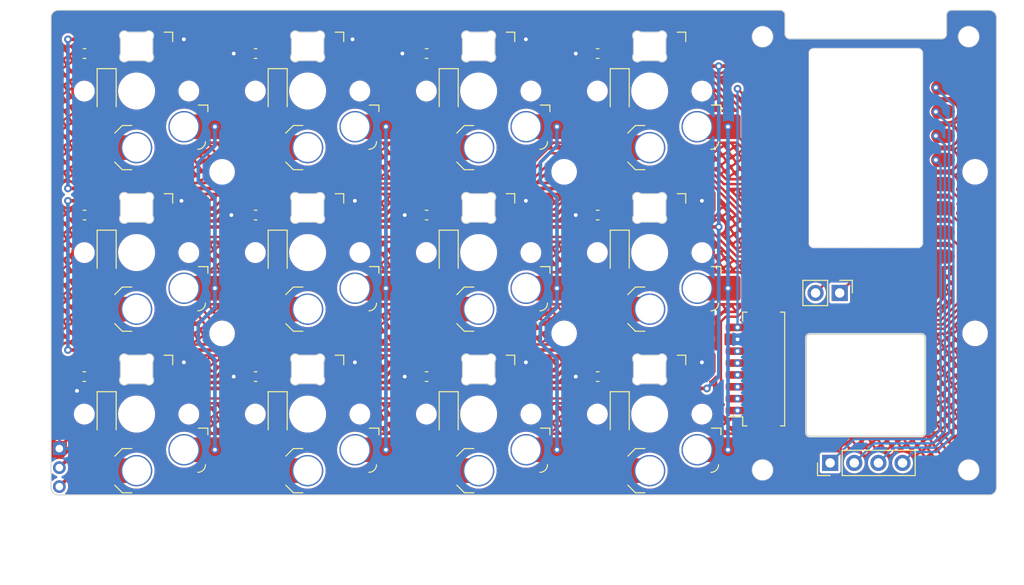
<source format=kicad_pcb>
(kicad_pcb (version 20221018) (generator pcbnew)
  (layers (0 "F.Cu" signal) (31 "B.Cu" signal) (34 "B.Paste" user) (35 "F.Paste" user) (36 "B.SilkS" user "B.Silkscreen") (37 "F.SilkS" user "F.Silkscreen") (38 "B.Mask" user) (39 "F.Mask" user) (44 "Edge.Cuts" user))
  (net 0 "")
  (net 1 "ADD_02")
  (net 2 "ADD_01")
  (net 3 "Net-(J3-Pin_4)")
  (net 4 "Net-(LED1-DOUT)")
  (net 5 "Net-(LED2-DOUT)")
  (net 6 "Net-(LED3-DOUT)")
  (net 7 "Net-(LED4-DOUT)")
  (net 8 "Net-(LED5-DOUT)")
  (net 9 "Net-(LED6-DOUT)")
  (net 10 "Net-(LED7-DOUT)")
  (net 11 "Net-(LED8-DOUT)")
  (net 12 "Net-(D1-A)")
  (net 13 "Net-(D2-A)")
  (net 14 "Net-(D3-A)")
  (net 15 "Net-(D4-A)")
  (net 16 "Net-(D5-A)")
  (net 17 "Net-(D6-A)")
  (net 18 "Net-(D7-A)")
  (net 19 "Net-(D8-A)")
  (net 20 "Net-(D9-A)")
  (net 21 "+5V")
  (net 22 "GND")
  (net 23 "COL1")
  (net 24 "COL2")
  (net 25 "COL3")
  (net 26 "ROW1")
  (net 27 "ROW2")
  (net 28 "ROW3")
  (net 29 "RGB_IN")
  (net 30 "LCD_BLK")
  (net 31 "LCD_RST")
  (net 32 "LCD_DC")
  (net 33 "LCD_CS")
  (net 34 "LCD_CLK")
  (net 35 "LCD_SDA")
  (net 36 "+3.3V")
  (net 37 "Net-(J3-Pin_3)")
  (net 38 "Net-(J3-Pin_2)")
  (net 39 "Net-(D10-A)")
  (net 40 "Net-(D11-A)")
  (net 41 "Net-(D12-A)")
  (net 42 "Net-(LED10-DOUT)")
  (net 43 "Net-(LED11-DOUT)")
  (net 44 "COL4")
  (net 45 "Net-(LED10-DIN)")
  (net 46 "Net-(J3-Pin_1)")
  (net 47 "Net-(J4-Pin_2)")
  (footprint "Diode_SMD:D_SOD-123" (layer "F.Cu") (at 136.02 76.625 -90)
    (fp_text reference "D12" hide)
    (fp_text value "1n4148w")
  )
  (footprint "PCM_marbastlib-choc:LED_choc_6028R" (layer "F.Cu") (at 139.17 54.925)
    (fp_text reference "LED5" hide)
    (fp_text value "SK6812" hide)
    (fp_line (start -1.699999 -0.702841) (end -1.699999 0.702843) (stroke (width 0.1)) (layer "Edge.Cuts"))
    (fp_line (start -0.794452 1.5) (end 0.794453 1.5) (stroke (width 0.1)) (layer "Edge.Cuts"))
    (fp_line (start 0.794452 -1.499999) (end -0.794452 -1.499999) (stroke (width 0.1)) (layer "Edge.Cuts"))
    (fp_line (start 1.699999 0.702843) (end 1.699999 -0.702841) (stroke (width 0.1)) (layer "Edge.Cuts"))
    (fp_arc (start -1.749484 -0.919719) (mid -1.712527 -0.814067) (end -1.699999 -0.702842) (stroke (width 0.1)) (layer "Edge.Cuts"))
    (fp_arc (start -1.749484 -0.919719) (mid -1.63807 -1.504033) (end -1.046711 -1.568296) (stroke (width 0.1)) (layer "Edge.Cuts"))
    (fp_arc (start -1.699999 0.702843) (mid -1.712527 0.814069) (end -1.749484 0.919721) (stroke (width 0.1)) (layer "Edge.Cuts"))
    (fp_arc (start -1.046711 1.5683) (mid -1.638071 1.504036) (end -1.749484 0.919721) (stroke (width 0.1)) (layer "Edge.Cuts"))
    (fp_arc (start -1.046711 1.5683) (mid -0.925123 1.517378) (end -0.794453 1.500001) (stroke (width 0.1)) (layer "Edge.Cuts"))
    (fp_arc (start -0.794452 -1.499999) (mid -0.925122 -1.517376) (end -1.04671 -1.568298) (stroke (width 0.1)) (layer "Edge.Cuts"))
    (fp_arc (start 0.794453 1.5) (mid 0.925123 1.517377) (end 1.046711 1.568299) (stroke (width 0.1)) (layer "Edge.Cuts"))
    (fp_arc (start 1.046711 -1.568298) (mid 0.925123 -1.517376) (end 0.794452 -1.499999) (stroke (width 0.1)) (layer "Edge.Cuts"))
    (fp_arc (start 1.046711 -1.568298) (mid 1.638071 -1.504035) (end 1.749484 -0.919718) (stroke (width 0.1)) (layer "Edge.Cuts"))
    (fp_arc (start 1.699999 -0.702841) (mid 1.712533 -0.814065) (end 1.749484 -0.919719) (stroke (width 0.1)) (layer "Edge.Cuts"))
    (fp_arc (start 1.749484 0.919721) (mid 1.638071 1.504036) (end 1.046711 1.568299) (stroke (width 0.1)) (layer "Edge.Cuts"))
    (fp_arc (start 1.749484 0.919721) (mid 1.712509 0.814073) (end 1.699999 0.702844) (stroke (width 0.1)) (layer "Edge.Cuts"))
  )
  (footprint "PCM_marbastlib-choc:SW_choc_v1_HS_1u" (layer "F.Cu") (at 85.17 42.625)
    (fp_text reference "CH1" hide)
    (fp_text value "choc_SW_HS" hide)
  )
  (footprint "Capacitor_SMD:C_0603_1608Metric" (layer "F.Cu") (at 97.695 72.675 180)
    (fp_text reference "C11" hide)
    (fp_text value "100nf")
  )
  (footprint "Capacitor_SMD:C_0603_1608Metric" (layer "F.Cu") (at 133.695 38.675 180)
    (fp_text reference "C1" hide)
    (fp_text value "100nf" hide)
  )
  (footprint "PCM_marbastlib-choc:LED_choc_6028R" (layer "F.Cu") (at 85.17 71.925)
    (fp_text reference "LED12" hide)
    (fp_text value "SK6812" hide)
    (fp_line (start -1.699999 -0.702841) (end -1.699999 0.702843) (stroke (width 0.1)) (layer "Edge.Cuts"))
    (fp_line (start -0.794452 1.5) (end 0.794453 1.5) (stroke (width 0.1)) (layer "Edge.Cuts"))
    (fp_line (start 0.794452 -1.499999) (end -0.794452 -1.499999) (stroke (width 0.1)) (layer "Edge.Cuts"))
    (fp_line (start 1.699999 0.702843) (end 1.699999 -0.702841) (stroke (width 0.1)) (layer "Edge.Cuts"))
    (fp_arc (start -1.749484 -0.919719) (mid -1.712527 -0.814067) (end -1.699999 -0.702842) (stroke (width 0.1)) (layer "Edge.Cuts"))
    (fp_arc (start -1.749484 -0.919719) (mid -1.63807 -1.504033) (end -1.046711 -1.568296) (stroke (width 0.1)) (layer "Edge.Cuts"))
    (fp_arc (start -1.699999 0.702843) (mid -1.712527 0.814069) (end -1.749484 0.919721) (stroke (width 0.1)) (layer "Edge.Cuts"))
    (fp_arc (start -1.046711 1.5683) (mid -1.638071 1.504036) (end -1.749484 0.919721) (stroke (width 0.1)) (layer "Edge.Cuts"))
    (fp_arc (start -1.046711 1.5683) (mid -0.925123 1.517378) (end -0.794453 1.500001) (stroke (width 0.1)) (layer "Edge.Cuts"))
    (fp_arc (start -0.794452 -1.499999) (mid -0.925122 -1.517376) (end -1.04671 -1.568298) (stroke (width 0.1)) (layer "Edge.Cuts"))
    (fp_arc (start 0.794453 1.5) (mid 0.925123 1.517377) (end 1.046711 1.568299) (stroke (width 0.1)) (layer "Edge.Cuts"))
    (fp_arc (start 1.046711 -1.568298) (mid 0.925123 -1.517376) (end 0.794452 -1.499999) (stroke (width 0.1)) (layer "Edge.Cuts"))
    (fp_arc (start 1.046711 -1.568298) (mid 1.638071 -1.504035) (end 1.749484 -0.919718) (stroke (width 0.1)) (layer "Edge.Cuts"))
    (fp_arc (start 1.699999 -0.702841) (mid 1.712533 -0.814065) (end 1.749484 -0.919719) (stroke (width 0.1)) (layer "Edge.Cuts"))
    (fp_arc (start 1.749484 0.919721) (mid 1.638071 1.504036) (end 1.046711 1.568299) (stroke (width 0.1)) (layer "Edge.Cuts"))
    (fp_arc (start 1.749484 0.919721) (mid 1.712509 0.814073) (end 1.699999 0.702844) (stroke (width 0.1)) (layer "Edge.Cuts"))
  )
  (footprint "PCM_marbastlib-choc:SW_choc_v1_HS_1u" (layer "F.Cu") (at 139.17 42.625)
    (fp_text reference "CH10" hide)
    (fp_text value "choc_SW_HS" hide)
  )
  (footprint "PCM_marbastlib-choc:LED_choc_6028R" (layer "F.Cu") (at 139.17 71.925)
    (fp_text reference "LED9" hide)
    (fp_text value "SK6812" hide)
    (fp_line (start -1.699999 -0.702841) (end -1.699999 0.702843) (stroke (width 0.1)) (layer "Edge.Cuts"))
    (fp_line (start -0.794452 1.5) (end 0.794453 1.5) (stroke (width 0.1)) (layer "Edge.Cuts"))
    (fp_line (start 0.794452 -1.499999) (end -0.794452 -1.499999) (stroke (width 0.1)) (layer "Edge.Cuts"))
    (fp_line (start 1.699999 0.702843) (end 1.699999 -0.702841) (stroke (width 0.1)) (layer "Edge.Cuts"))
    (fp_arc (start -1.749484 -0.919719) (mid -1.712527 -0.814067) (end -1.699999 -0.702842) (stroke (width 0.1)) (layer "Edge.Cuts"))
    (fp_arc (start -1.749484 -0.919719) (mid -1.63807 -1.504033) (end -1.046711 -1.568296) (stroke (width 0.1)) (layer "Edge.Cuts"))
    (fp_arc (start -1.699999 0.702843) (mid -1.712527 0.814069) (end -1.749484 0.919721) (stroke (width 0.1)) (layer "Edge.Cuts"))
    (fp_arc (start -1.046711 1.5683) (mid -1.638071 1.504036) (end -1.749484 0.919721) (stroke (width 0.1)) (layer "Edge.Cuts"))
    (fp_arc (start -1.046711 1.5683) (mid -0.925123 1.517378) (end -0.794453 1.500001) (stroke (width 0.1)) (layer "Edge.Cuts"))
    (fp_arc (start -0.794452 -1.499999) (mid -0.925122 -1.517376) (end -1.04671 -1.568298) (stroke (width 0.1)) (layer "Edge.Cuts"))
    (fp_arc (start 0.794453 1.5) (mid 0.925123 1.517377) (end 1.046711 1.568299) (stroke (width 0.1)) (layer "Edge.Cuts"))
    (fp_arc (start 1.046711 -1.568298) (mid 0.925123 -1.517376) (end 0.794452 -1.499999) (stroke (width 0.1)) (layer "Edge.Cuts"))
    (fp_arc (start 1.046711 -1.568298) (mid 1.638071 -1.504035) (end 1.749484 -0.919718) (stroke (width 0.1)) (layer "Edge.Cuts"))
    (fp_arc (start 1.699999 -0.702841) (mid 1.712533 -0.814065) (end 1.749484 -0.919719) (stroke (width 0.1)) (layer "Edge.Cuts"))
    (fp_arc (start 1.749484 0.919721) (mid 1.638071 1.504036) (end 1.046711 1.568299) (stroke (width 0.1)) (layer "Edge.Cuts"))
    (fp_arc (start 1.749484 0.919721) (mid 1.712509 0.814073) (end 1.699999 0.702844) (stroke (width 0.1)) (layer "Edge.Cuts"))
  )
  (footprint "MountingHole:MountingHole_2.2mm_M2_ISO14580" (layer "F.Cu") (at 130.17 51.125)
    (fp_text reference "H3" hide)
    (fp_text value "MountingHole")
  )
  (footprint "Diode_SMD:D_SOD-123" (layer "F.Cu") (at 100.02 42.625 -90)
    (fp_text reference "D4" hide)
    (fp_text value "1n4148w" hide)
  )
  (footprint "Diode_SMD:D_SOD-123" (layer "F.Cu") (at 100.02 76.625 -90)
    (fp_text reference "D6" hide)
    (fp_text value "1n4148w" hide)
  )
  (footprint "Connector_Molex:Molex_PicoBlade_53261-0871_1x08-1MP_P1.25mm_Horizontal" (layer "F.Cu") (at 150.67 71.875 90)
    (fp_text reference "J1" hide)
    (fp_text value "Conn_01x08_Pin" hide)
  )
  (footprint "Diode_SMD:D_SOD-123" (layer "F.Cu") (at 118.02 42.625 -90)
    (fp_text reference "D7" hide)
    (fp_text value "1n4148w" hide)
  )
  (footprint "Capacitor_SMD:C_0603_1608Metric" (layer "F.Cu") (at 79.67 72.675 180)
    (fp_text reference "C12" hide)
    (fp_text value "100nf")
  )
  (footprint "PCM_marbastlib-choc:LED_choc_6028R" (layer "F.Cu") (at 121.17 71.925)
    (fp_text reference "LED10" hide)
    (fp_text value "SK6812" hide)
    (fp_line (start -1.699999 -0.702841) (end -1.699999 0.702843) (stroke (width 0.1)) (layer "Edge.Cuts"))
    (fp_line (start -0.794452 1.5) (end 0.794453 1.5) (stroke (width 0.1)) (layer "Edge.Cuts"))
    (fp_line (start 0.794452 -1.499999) (end -0.794452 -1.499999) (stroke (width 0.1)) (layer "Edge.Cuts"))
    (fp_line (start 1.699999 0.702843) (end 1.699999 -0.702841) (stroke (width 0.1)) (layer "Edge.Cuts"))
    (fp_arc (start -1.749484 -0.919719) (mid -1.712527 -0.814067) (end -1.699999 -0.702842) (stroke (width 0.1)) (layer "Edge.Cuts"))
    (fp_arc (start -1.749484 -0.919719) (mid -1.63807 -1.504033) (end -1.046711 -1.568296) (stroke (width 0.1)) (layer "Edge.Cuts"))
    (fp_arc (start -1.699999 0.702843) (mid -1.712527 0.814069) (end -1.749484 0.919721) (stroke (width 0.1)) (layer "Edge.Cuts"))
    (fp_arc (start -1.046711 1.5683) (mid -1.638071 1.504036) (end -1.749484 0.919721) (stroke (width 0.1)) (layer "Edge.Cuts"))
    (fp_arc (start -1.046711 1.5683) (mid -0.925123 1.517378) (end -0.794453 1.500001) (stroke (width 0.1)) (layer "Edge.Cuts"))
    (fp_arc (start -0.794452 -1.499999) (mid -0.925122 -1.517376) (end -1.04671 -1.568298) (stroke (width 0.1)) (layer "Edge.Cuts"))
    (fp_arc (start 0.794453 1.5) (mid 0.925123 1.517377) (end 1.046711 1.568299) (stroke (width 0.1)) (layer "Edge.Cuts"))
    (fp_arc (start 1.046711 -1.568298) (mid 0.925123 -1.517376) (end 0.794452 -1.499999) (stroke (width 0.1)) (layer "Edge.Cuts"))
    (fp_arc (start 1.046711 -1.568298) (mid 1.638071 -1.504035) (end 1.749484 -0.919718) (stroke (width 0.1)) (layer "Edge.Cuts"))
    (fp_arc (start 1.699999 -0.702841) (mid 1.712533 -0.814065) (end 1.749484 -0.919719) (stroke (width 0.1)) (layer "Edge.Cuts"))
    (fp_arc (start 1.749484 0.919721) (mid 1.638071 1.504036) (end 1.046711 1.568299) (stroke (width 0.1)) (layer "Edge.Cuts"))
    (fp_arc (start 1.749484 0.919721) (mid 1.712509 0.814073) (end 1.699999 0.702844) (stroke (width 0.1)) (layer "Edge.Cuts"))
  )
  (footprint "Capacitor_SMD:C_0603_1608Metric" (layer "F.Cu") (at 115.695 72.675 180)
    (fp_text reference "C10" hide)
    (fp_text value "100nf")
  )
  (footprint "Diode_SMD:D_SOD-123" (layer "F.Cu") (at 118.02 59.625 -90)
    (fp_text reference "D8" hide)
    (fp_text value "1n4148w" hide)
  )
  (footprint "PCM_marbastlib-choc:SW_choc_v1_HS_1u" (layer "F.Cu") (at 139.17 76.625)
    (fp_text reference "CH12" hide)
    (fp_text value "choc_SW_HS" hide)
  )
  (footprint "Capacitor_SMD:C_0603_1608Metric" (layer "F.Cu") (at 97.695 55.675 180)
    (fp_text reference "C7" hide)
    (fp_text value "100nf" hide)
  )
  (footprint "PCM_marbastlib-choc:SW_choc_v1_HS_1u" (layer "F.Cu") (at 139.17 59.625)
    (fp_text reference "CH11" hide)
    (fp_text value "choc_SW_HS" hide)
  )
  (footprint "Capacitor_SMD:C_0603_1608Metric" (layer "F.Cu") (at 115.695 55.675 180)
    (fp_text reference "C6" hide)
    (fp_text value "100nf" hide)
  )
  (footprint "Connector_PinHeader_2.00mm:PinHeader_1x03_P2.00mm_Vertical" (layer "F.Cu") (at 77.04 80.255)
    (fp_text reference "J4" hide)
    (fp_text value "Conn_01x03_Pin")
  )
  (footprint "PCM_marbastlib-choc:LED_choc_6028R" (layer "F.Cu") (at 103.17 71.925)
    (fp_text reference "LED11" hide)
    (fp_text value "SK6812" hide)
    (fp_line (start -1.699999 -0.702841) (end -1.699999 0.702843) (stroke (width 0.1)) (layer "Edge.Cuts"))
    (fp_line (start -0.794452 1.5) (end 0.794453 1.5) (stroke (width 0.1)) (layer "Edge.Cuts"))
    (fp_line (start 0.794452 -1.499999) (end -0.794452 -1.499999) (stroke (width 0.1)) (layer "Edge.Cuts"))
    (fp_line (start 1.699999 0.702843) (end 1.699999 -0.702841) (stroke (width 0.1)) (layer "Edge.Cuts"))
    (fp_arc (start -1.749484 -0.919719) (mid -1.712527 -0.814067) (end -1.699999 -0.702842) (stroke (width 0.1)) (layer "Edge.Cuts"))
    (fp_arc (start -1.749484 -0.919719) (mid -1.63807 -1.504033) (end -1.046711 -1.568296) (stroke (width 0.1)) (layer "Edge.Cuts"))
    (fp_arc (start -1.699999 0.702843) (mid -1.712527 0.814069) (end -1.749484 0.919721) (stroke (width 0.1)) (layer "Edge.Cuts"))
    (fp_arc (start -1.046711 1.5683) (mid -1.638071 1.504036) (end -1.749484 0.919721) (stroke (width 0.1)) (layer "Edge.Cuts"))
    (fp_arc (start -1.046711 1.5683) (mid -0.925123 1.517378) (end -0.794453 1.500001) (stroke (width 0.1)) (layer "Edge.Cuts"))
    (fp_arc (start -0.794452 -1.499999) (mid -0.925122 -1.517376) (end -1.04671 -1.568298) (stroke (width 0.1)) (layer "Edge.Cuts"))
    (fp_arc (start 0.794453 1.5) (mid 0.925123 1.517377) (end 1.046711 1.568299) (stroke (width 0.1)) (layer "Edge.Cuts"))
    (fp_arc (start 1.046711 -1.568298) (mid 0.925123 -1.517376) (end 0.794452 -1.499999) (stroke (width 0.1)) (layer "Edge.Cuts"))
    (fp_arc (start 1.046711 -1.568298) (mid 1.638071 -1.504035) (end 1.749484 -0.919718) (stroke (width 0.1)) (layer "Edge.Cuts"))
    (fp_arc (start 1.699999 -0.702841) (mid 1.712533 -0.814065) (end 1.749484 -0.919719) (stroke (width 0.1)) (layer "Edge.Cuts"))
    (fp_arc (start 1.749484 0.919721) (mid 1.638071 1.504036) (end 1.046711 1.568299) (stroke (width 0.1)) (layer "Edge.Cuts"))
    (fp_arc (start 1.749484 0.919721) (mid 1.712509 0.814073) (end 1.699999 0.702844) (stroke (width 0.1)) (layer "Edge.Cuts"))
  )
  (footprint "Diode_SMD:D_SOD-123" (layer "F.Cu") (at 136.02 42.625 -90)
    (fp_text reference "D10" hide)
    (fp_text value "1n4148w")
  )
  (footprint "Capacitor_SMD:C_0603_1608Metric" (layer "F.Cu") (at 79.695 38.675 180)
    (fp_text reference "C4" hide)
    (fp_text value "100nf" hide)
  )
  (footprint "PCM_marbastlib-choc:LED_choc_6028R" (layer "F.Cu") (at 103.17 54.925)
    (fp_text reference "LED7" hide)
    (fp_text value "SK6812" hide)
    (fp_line (start -1.699999 -0.702841) (end -1.699999 0.702843) (stroke (width 0.1)) (layer "Edge.Cuts"))
    (fp_line (start -0.794452 1.5) (end 0.794453 1.5) (stroke (width 0.1)) (layer "Edge.Cuts"))
    (fp_line (start 0.794452 -1.499999) (end -0.794452 -1.499999) (stroke (width 0.1)) (layer "Edge.Cuts"))
    (fp_line (start 1.699999 0.702843) (end 1.699999 -0.702841) (stroke (width 0.1)) (layer "Edge.Cuts"))
    (fp_arc (start -1.749484 -0.919719) (mid -1.712527 -0.814067) (end -1.699999 -0.702842) (stroke (width 0.1)) (layer "Edge.Cuts"))
    (fp_arc (start -1.749484 -0.919719) (mid -1.63807 -1.504033) (end -1.046711 -1.568296) (stroke (width 0.1)) (layer "Edge.Cuts"))
    (fp_arc (start -1.699999 0.702843) (mid -1.712527 0.814069) (end -1.749484 0.919721) (stroke (width 0.1)) (layer "Edge.Cuts"))
    (fp_arc (start -1.046711 1.5683) (mid -1.638071 1.504036) (end -1.749484 0.919721) (stroke (width 0.1)) (layer "Edge.Cuts"))
    (fp_arc (start -1.046711 1.5683) (mid -0.925123 1.517378) (end -0.794453 1.500001) (stroke (width 0.1)) (layer "Edge.Cuts"))
    (fp_arc (start -0.794452 -1.499999) (mid -0.925122 -1.517376) (end -1.04671 -1.568298) (stroke (width 0.1)) (layer "Edge.Cuts"))
    (fp_arc (start 0.794453 1.5) (mid 0.925123 1.517377) (end 1.046711 1.568299) (stroke (width 0.1)) (layer "Edge.Cuts"))
    (fp_arc (start 1.046711 -1.568298) (mid 0.925123 -1.517376) (end 0.794452 -1.499999) (stroke (width 0.1)) (layer "Edge.Cuts"))
    (fp_arc (start 1.046711 -1.568298) (mid 1.638071 -1.504035) (end 1.749484 -0.919718) (stroke (width 0.1)) (layer "Edge.Cuts"))
    (fp_arc (start 1.699999 -0.702841) (mid 1.712533 -0.814065) (end 1.749484 -0.919719) (stroke (width 0.1)) (layer "Edge.Cuts"))
    (fp_arc (start 1.749484 0.919721) (mid 1.638071 1.504036) (end 1.046711 1.568299) (stroke (width 0.1)) (layer "Edge.Cuts"))
    (fp_arc (start 1.749484 0.919721) (mid 1.712509 0.814073) (end 1.699999 0.702844) (stroke (width 0.1)) (layer "Edge.Cuts"))
  )
  (footprint "Capacitor_SMD:C_0603_1608Metric" (layer "F.Cu") (at 133.695 72.675 180)
    (fp_text reference "C9" hide)
    (fp_text value "100nf" hide)
  )
  (footprint "PCM_marbastlib-choc:LED_choc_6028R" (layer "F.Cu") (at 139.17 37.925)
    (fp_text reference "LED1" hide)
    (fp_text value "SK6812" hide)
    (fp_line (start -1.699999 -0.702841) (end -1.699999 0.702843) (stroke (width 0.1)) (layer "Edge.Cuts"))
    (fp_line (start -0.794452 1.5) (end 0.794453 1.5) (stroke (width 0.1)) (layer "Edge.Cuts"))
    (fp_line (start 0.794452 -1.499999) (end -0.794452 -1.499999) (stroke (width 0.1)) (layer "Edge.Cuts"))
    (fp_line (start 1.699999 0.702843) (end 1.699999 -0.702841) (stroke (width 0.1)) (layer "Edge.Cuts"))
    (fp_arc (start -1.749484 -0.919719) (mid -1.712527 -0.814067) (end -1.699999 -0.702842) (stroke (width 0.1)) (layer "Edge.Cuts"))
    (fp_arc (start -1.749484 -0.919719) (mid -1.63807 -1.504033) (end -1.046711 -1.568296) (stroke (width 0.1)) (layer "Edge.Cuts"))
    (fp_arc (start -1.699999 0.702843) (mid -1.712527 0.814069) (end -1.749484 0.919721) (stroke (width 0.1)) (layer "Edge.Cuts"))
    (fp_arc (start -1.046711 1.5683) (mid -1.638071 1.504036) (end -1.749484 0.919721) (stroke (width 0.1)) (layer "Edge.Cuts"))
    (fp_arc (start -1.046711 1.5683) (mid -0.925123 1.517378) (end -0.794453 1.500001) (stroke (width 0.1)) (layer "Edge.Cuts"))
    (fp_arc (start -0.794452 -1.499999) (mid -0.925122 -1.517376) (end -1.04671 -1.568298) (stroke (width 0.1)) (layer "Edge.Cuts"))
    (fp_arc (start 0.794453 1.5) (mid 0.925123 1.517377) (end 1.046711 1.568299) (stroke (width 0.1)) (layer "Edge.Cuts"))
    (fp_arc (start 1.046711 -1.568298) (mid 0.925123 -1.517376) (end 0.794452 -1.499999) (stroke (width 0.1)) (layer "Edge.Cuts"))
    (fp_arc (start 1.046711 -1.568298) (mid 1.638071 -1.504035) (end 1.749484 -0.919718) (stroke (width 0.1)) (layer "Edge.Cuts"))
    (fp_arc (start 1.699999 -0.702841) (mid 1.712533 -0.814065) (end 1.749484 -0.919719) (stroke (width 0.1)) (layer "Edge.Cuts"))
    (fp_arc (start 1.749484 0.919721) (mid 1.638071 1.504036) (end 1.046711 1.568299) (stroke (width 0.1)) (layer "Edge.Cuts"))
    (fp_arc (start 1.749484 0.919721) (mid 1.712509 0.814073) (end 1.699999 0.702844) (stroke (width 0.1)) (layer "Edge.Cuts"))
  )
  (footprint "Capacitor_SMD:C_0603_1608Metric" (layer "F.Cu") (at 79.695 55.675 180)
    (fp_text reference "C8" hide)
    (fp_text value "100nf" hide)
  )
  (footprint "Diode_SMD:D_SOD-123" (layer "F.Cu") (at 82.02 42.625 -90)
    (fp_text reference "D1" hide)
    (fp_text value "1n4148w" hide)
  )
  (footprint "PCM_marbastlib-choc:LED_choc_6028R" (layer "F.Cu") (at 85.17 54.925)
    (fp_text reference "LED8" hide)
    (fp_text value "SK6812" hide)
    (fp_line (start -1.699999 -0.702841) (end -1.699999 0.702843) (stroke (width 0.1)) (layer "Edge.Cuts"))
    (fp_line (start -0.794452 1.5) (end 0.794453 1.5) (stroke (width 0.1)) (layer "Edge.Cuts"))
    (fp_line (start 0.794452 -1.499999) (end -0.794452 -1.499999) (stroke (width 0.1)) (layer "Edge.Cuts"))
    (fp_line (start 1.699999 0.702843) (end 1.699999 -0.702841) (stroke (width 0.1)) (layer "Edge.Cuts"))
    (fp_arc (start -1.749484 -0.919719) (mid -1.712527 -0.814067) (end -1.699999 -0.702842) (stroke (width 0.1)) (layer "Edge.Cuts"))
    (fp_arc (start -1.749484 -0.919719) (mid -1.63807 -1.504033) (end -1.046711 -1.568296) (stroke (width 0.1)) (layer "Edge.Cuts"))
    (fp_arc (start -1.699999 0.702843) (mid -1.712527 0.814069) (end -1.749484 0.919721) (stroke (width 0.1)) (layer "Edge.Cuts"))
    (fp_arc (start -1.046711 1.5683) (mid -1.638071 1.504036) (end -1.749484 0.919721) (stroke (width 0.1)) (layer "Edge.Cuts"))
    (fp_arc (start -1.046711 1.5683) (mid -0.925123 1.517378) (end -0.794453 1.500001) (stroke (width 0.1)) (layer "Edge.Cuts"))
    (fp_arc (start -0.794452 -1.499999) (mid -0.925122 -1.517376) (end -1.04671 -1.568298) (stroke (width 0.1)) (layer "Edge.Cuts"))
    (fp_arc (start 0.794453 1.5) (mid 0.925123 1.517377) (end 1.046711 1.568299) (stroke (width 0.1)) (layer "Edge.Cuts"))
    (fp_arc (start 1.046711 -1.568298) (mid 0.925123 -1.517376) (end 0.794452 -1.499999) (stroke (width 0.1)) (layer "Edge.Cuts"))
    (fp_arc (start 1.046711 -1.568298) (mid 1.638071 -1.504035) (end 1.749484 -0.919718) (stroke (width 0.1)) (layer "Edge.Cuts"))
    (fp_arc (start 1.699999 -0.702841) (mid 1.712533 -0.814065) (end 1.749484 -0.919719) (stroke (width 0.1)) (layer "Edge.Cuts"))
    (fp_arc (start 1.749484 0.919721) (mid 1.638071 1.504036) (end 1.046711 1.568299) (stroke (width 0.1)) (layer "Edge.Cuts"))
    (fp_arc (start 1.749484 0.919721) (mid 1.712509 0.814073) (end 1.699999 0.702844) (stroke (width 0.1)) (layer "Edge.Cuts"))
  )
  (footprint "Diode_SMD:D_SOD-123" (layer "F.Cu") (at 82.02 76.625 -90)
    (fp_text reference "D3" hide)
    (fp_text value "1n4148w" hide)
  )
  (footprint "PCM_marbastlib-choc:LED_choc_6028R" (layer "F.Cu") (at 121.17 54.925)
    (fp_text reference "LED6" hide)
    (fp_text value "SK6812" hide)
    (fp_line (start -1.699999 -0.702841) (end -1.699999 0.702843) (stroke (width 0.1)) (layer "Edge.Cuts"))
    (fp_line (start -0.794452 1.5) (end 0.794453 1.5) (stroke (width 0.1)) (layer "Edge.Cuts"))
    (fp_line (start 0.794452 -1.499999) (end -0.794452 -1.499999) (stroke (width 0.1)) (layer "Edge.Cuts"))
    (fp_line (start 1.699999 0.702843) (end 1.699999 -0.702841) (stroke (width 0.1)) (layer "Edge.Cuts"))
    (fp_arc (start -1.749484 -0.919719) (mid -1.712527 -0.814067) (end -1.699999 -0.702842) (stroke (width 0.1)) (layer "Edge.Cuts"))
    (fp_arc (start -1.749484 -0.919719) (mid -1.63807 -1.504033) (end -1.046711 -1.568296) (stroke (width 0.1)) (layer "Edge.Cuts"))
    (fp_arc (start -1.699999 0.702843) (mid -1.712527 0.814069) (end -1.749484 0.919721) (stroke (width 0.1)) (layer "Edge.Cuts"))
    (fp_arc (start -1.046711 1.5683) (mid -1.638071 1.504036) (end -1.749484 0.919721) (stroke (width 0.1)) (layer "Edge.Cuts"))
    (fp_arc (start -1.046711 1.5683) (mid -0.925123 1.517378) (end -0.794453 1.500001) (stroke (width 0.1)) (layer "Edge.Cuts"))
    (fp_arc (start -0.794452 -1.499999) (mid -0.925122 -1.517376) (end -1.04671 -1.568298) (stroke (width 0.1)) (layer "Edge.Cuts"))
    (fp_arc (start 0.794453 1.5) (mid 0.925123 1.517377) (end 1.046711 1.568299) (stroke (width 0.1)) (layer "Edge.Cuts"))
    (fp_arc (start 1.046711 -1.568298) (mid 0.925123 -1.517376) (end 0.794452 -1.499999) (stroke (width 0.1)) (layer "Edge.Cuts"))
    (fp_arc (start 1.046711 -1.568298) (mid 1.638071 -1.504035) (end 1.749484 -0.919718) (stroke (width 0.1)) (layer "Edge.Cuts"))
    (fp_arc (start 1.699999 -0.702841) (mid 1.712533 -0.814065) (end 1.749484 -0.919719) (stroke (width 0.1)) (layer "Edge.Cuts"))
    (fp_arc (start 1.749484 0.919721) (mid 1.638071 1.504036) (end 1.046711 1.568299) (stroke (width 0.1)) (layer "Edge.Cuts"))
    (fp_arc (start 1.749484 0.919721) (mid 1.712509 0.814073) (end 1.699999 0.702844) (stroke (width 0.1)) (layer "Edge.Cuts"))
  )
  (footprint "PCM_marbastlib-choc:SW_choc_v1_HS_1u" (layer "F.Cu") (at 85.17 59.625)
    (fp_text reference "CH2" hide)
    (fp_text value "choc_SW_HS" hide)
  )
  (footprint "PCM_marbastlib-choc:SW_choc_v1_HS_1u" (layer "F.Cu") (at 121.17 76.625)
    (fp_text reference "CH9" hide)
    (fp_text value "choc_SW_HS" hide)
  )
  (footprint "MountingHole:MountingHole_2.2mm_M2_ISO14580" (layer "F.Cu") (at 173.42 68.125)
    (fp_text reference "H7" hide)
    (fp_text value "MountingHole")
  )
  (footprint "Capacitor_SMD:C_0603_1608Metric" (layer "F.Cu") (at 115.695 38.675 180)
    (fp_text reference "C2" hide)
    (fp_text value "100nf" hide)
  )
  (footprint "PCM_marbastlib-choc:SW_choc_v1_HS_1u" (layer "F.Cu") (at 103.17 76.625)
    (fp_text reference "CH6" hide)
    (fp_text value "choc_SW_HS" hide)
  )
  (footprint "mcu:rp2040-zero-smd" (layer "F.Cu") (at 161.92 48.625)
    (fp_text reference "U1" hide)
    (fp_text value "rp2040-zero" hide)
    (fp_line (start -6 10) (end -6 -10) (stroke (width 0.05)) (layer "Edge.Cuts"))
    (fp_line (start 5.5 -10.5) (end -5.5 -10.5) (stroke (width 0.05)) (layer "Edge.Cuts"))
    (fp_line (start 5.5 10.5) (end -5.5 10.5) (stroke (width 0.05)) (layer "Edge.Cuts"))
    (fp_line (start 6 10) (end 6 -10) (stroke (width 0.05)) (layer "Edge.Cuts"))
    (fp_arc (start -6 -10) (mid -5.853553 -10.353553) (end -5.5 -10.5) (stroke (width 0.05)) (layer "Edge.Cuts"))
    (fp_arc (start -5.5 10.5) (mid -5.853553 10.353553) (end -6 10) (stroke (width 0.05)) (layer "Edge.Cuts"))
    (fp_arc (start 5.5 -10.5) (mid 5.853553 -10.353553) (end 6 -10) (stroke (width 0.05)) (layer "Edge.Cuts"))
    (fp_arc (start 6 10) (mid 5.853553 10.353553) (end 5.5 10.5) (stroke (width 0.05)) (layer "Edge.Cuts"))
  )
  (footprint "PCM_marbastlib-choc:SW_choc_v1_HS_1u" (layer "F.Cu") (at 85.17 76.625)
    (fp_text reference "CH3" hide)
    (fp_text value "choc_SW_HS" hide)
  )
  (footprint "MountingHole:MountingHole_2.2mm_M2_ISO14580" (layer "F.Cu") (at 94.17 68.125)
    (fp_text reference "H4" hide)
    (fp_text value "MountingHole")
  )
  (footprint "PCM_marbastlib-choc:SW_choc_v1_HS_1u" (layer "F.Cu") (at 121.17 59.625)
    (fp_text reference "CH8" hide)
    (fp_text value "choc_SW_HS" hide)
  )
  (footprint "PCM_marbastlib-choc:SW_choc_v1_HS_1u" (layer "F.Cu") (at 103.17 42.625)
    (fp_text reference "CH4" hide)
    (fp_text value "choc_SW_HS" hide)
  )
  (footprint "Capacitor_SMD:C_0603_1608Metric" (layer "F.Cu") (at 133.695 55.675 180)
    (fp_text reference "C5" hide)
    (fp_text value "100nf" hide)
  )
  (footprint "Connector_PinHeader_2.54mm:PinHeader_1x02_P2.54mm_Vertical" (layer "F.Cu") (at 159.17 63.875 -90)
    (fp_text reference "J2" hide)
    (fp_text value "Conn_01x02_Pin")
  )
  (footprint "Diode_SMD:D_SOD-123" (layer "F.Cu") (at 82.02 59.625 -90)
    (fp_text reference "D2" hide)
    (fp_text value "1n4148w" hide)
  )
  (footprint "Capacitor_SMD:C_0603_1608Metric" (layer "F.Cu") (at 97.695 38.675 180)
    (fp_text reference "C3" hide)
    (fp_text value "100nf" hide)
  )
  (footprint "Diode_SMD:D_SOD-123" (layer "F.Cu") (at 136.02 59.625 -90)
    (fp_text reference "D11" hide)
    (fp_text value "1n4148w")
  )
  (footprint "PCM_marbastlib-choc:SW_choc_v1_HS_1u" (layer "F.Cu") (at 121.17 42.625)
    (fp_text reference "CH7" hide)
    (fp_text value "choc_SW_HS" hide)
  )
  (footprint "MountingHole:MountingHole_2.2mm_M2_ISO14580" (layer "F.Cu") (at 94.17 51.125)
    (fp_text reference "H2" hide)
    (fp_text value "MountingHole")
  )
  (footprint "Diode_SMD:D_SOD-123" (layer "F.Cu") (at 118.02 76.625 -90)
    (fp_text reference "D9" hide)
    (fp_text value "1n4148w" hide)
  )
  (footprint "Diode_SMD:D_SOD-123" (layer "F.Cu") (at 100.02 59.625 -90)
    (fp_text reference "D5" hide)
    (fp_text value "1n4148w" hide)
  )
  (footprint "PCM_marbastlib-choc:SW_choc_v1_HS_1u" (layer "F.Cu") (at 103.17 59.625)
    (fp_text reference "CH5" hide)
    (fp_text value "choc_SW_HS" hide)
  )
  (footprint "MountingHole:MountingHole_2.2mm_M2_ISO14580" (layer "F.Cu") (at 173.42 51.125)
    (fp_text reference "H6" hide)
    (fp_text value "MountingHole")
  )
  (footprint "Connector_PinHeader_2.54mm:PinHeader_1x04_P2.54mm_Vertical" (layer "F.Cu") (at 158.165 81.76125 90)
    (fp_text reference "J3" hide)
    (fp_text value "Conn_01x04_Pin")
  )
  (footprint "PCM_marbastlib-choc:LED_choc_6028R" (layer "F.Cu") (at 103.17 37.925)
    (fp_text reference "LED3" hide)
    (fp_text value "SK6812" hide)
    (fp_line (start -1.699999 -0.702841) (end -1.699999 0.702843) (stroke (width 0.1)) (layer "Edge.Cuts"))
    (fp_line (start -0.794452 1.5) (end 0.794453 1.5) (stroke (width 0.1)) (layer "Edge.Cuts"))
    (fp_line (start 0.794452 -1.499999) (end -0.794452 -1.499999) (stroke (width 0.1)) (layer "Edge.Cuts"))
    (fp_line (start 1.699999 0.702843) (end 1.699999 -0.702841) (stroke (width 0.1)) (layer "Edge.Cuts"))
    (fp_arc (start -1.749484 -0.919719) (mid -1.712527 -0.814067) (end -1.699999 -0.702842) (stroke (width 0.1)) (layer "Edge.Cuts"))
    (fp_arc (start -1.749484 -0.919719) (mid -1.63807 -1.504033) (end -1.046711 -1.568296) (stroke (width 0.1)) (layer "Edge.Cuts"))
    (fp_arc (start -1.699999 0.702843) (mid -1.712527 0.814069) (end -1.749484 0.919721) (stroke (width 0.1)) (layer "Edge.Cuts"))
    (fp_arc (start -1.046711 1.5683) (mid -1.638071 1.504036) (end -1.749484 0.919721) (stroke (width 0.1)) (layer "Edge.Cuts"))
    (fp_arc (start -1.046711 1.5683) (mid -0.925123 1.517378) (end -0.794453 1.500001) (stroke (width 0.1)) (layer "Edge.Cuts"))
    (fp_arc (start -0.794452 -1.499999) (mid -0.925122 -1.517376) (end -1.04671 -1.568298) (stroke (width 0.1)) (layer "Edge.Cuts"))
    (fp_arc (start 0.794453 1.5) (mid 0.925123 1.517377) (end 1.046711 1.568299) (stroke (width 0.1)) (layer "Edge.Cuts"))
    (fp_arc (start 1.046711 -1.568298) (mid 0.925123 -1.517376) (end 0.794452 -1.499999) (stroke (width 0.1)) (layer "Edge.Cuts"))
    (fp_arc (start 1.046711 -1.568298) (mid 1.638071 -1.504035) (end 1.749484 -0.919718) (stroke (width 0.1)) (layer "Edge.Cuts"))
    (fp_arc (start 1.699999 -0.702841) (mid 1.712533 -0.814065) (end 1.749484 -0.919719) (stroke (width 0.1)) (layer "Edge.Cuts"))
    (fp_arc (start 1.749484 0.919721) (mid 1.638071 1.504036) (end 1.046711 1.568299) (stroke (width 0.1)) (layer "Edge.Cuts"))
    (fp_arc (start 1.749484 0.919721) (mid 1.712509 0.814073) (end 1.699999 0.702844) (stroke (width 0.1)) (layer "Edge.Cuts"))
  )
  (footprint "PCM_marbastlib-choc:LED_choc_6028R" (layer "F.Cu") (at 121.17 37.925)
    (fp_text reference "LED2" hide)
    (fp_text value "SK6812" hide)
    (fp_line (start -1.699999 -0.702841) (end -1.699999 0.702843) (stroke (width 0.1)) (layer "Edge.Cuts"))
    (fp_line (start -0.794452 1.5) (end 0.794453 1.5) (stroke (width 0.1)) (layer "Edge.Cuts"))
    (fp_line (start 0.794452 -1.499999) (end -0.794452 -1.499999) (stroke (width 0.1)) (layer "Edge.Cuts"))
    (fp_line (start 1.699999 0.702843) (end 1.699999 -0.702841) (stroke (width 0.1)) (layer "Edge.Cuts"))
    (fp_arc (start -1.749484 -0.919719) (mid -1.712527 -0.814067) (end -1.699999 -0.702842) (stroke (width 0.1)) (layer "Edge.Cuts"))
    (fp_arc (start -1.749484 -0.919719) (mid -1.63807 -1.504033) (end -1.046711 -1.568296) (stroke (width 0.1)) (layer "Edge.Cuts"))
    (fp_arc (start -1.699999 0.702843) (mid -1.712527 0.814069) (end -1.749484 0.919721) (stroke (width 0.1)) (layer "Edge.Cuts"))
    (fp_arc (start -1.046711 1.5683) (mid -1.638071 1.504036) (end -1.749484 0.919721) (stroke (width 0.1)) (layer "Edge.Cuts"))
    (fp_arc (start -1.046711 1.5683) (mid -0.925123 1.517378) (end -0.794453 1.500001) (stroke (width 0.1)) (layer "Edge.Cuts"))
    (fp_arc (start -0.794452 -1.499999) (mid -0.925122 -1.517376) (end -1.04671 -1.568298) (stroke (width 0.1)) (layer "Edge.Cuts"))
    (fp_arc (start 0.794453 1.5) (mid 0.925123 1.517377) (end 1.046711 1.568299) (stroke (width 0.1)) (layer "Edge.Cuts"))
    (fp_arc (start 1.046711 -1.568298) (mid 0.925123 -1.517376) (end 0.794452 -1.499999) (stroke (width 0.1)) (layer "Edge.Cuts"))
    (fp_arc (start 1.046711 -1.568298) (mid 1.638071 -1.504035) (end 1.749484 -0.919718) (stroke (width 0.1)) (layer "Edge.Cuts"))
    (fp_arc (start 1.699999 -0.702841) (mid 1.712533 -0.814065) (end 1.749484 -0.919719) (stroke (width 0.1)) (layer "Edge.Cuts"))
    (fp_arc (start 1.749484 0.919721) (mid 1.638071 1.504036) (end 1.046711 1.568299) (stroke (width 0.1)) (layer "Edge.Cuts"))
    (fp_arc (start 1.749484 0.919721) (mid 1.712509 0.814073) (end 1.699999 0.702844) (stroke (width 0.1)) (layer "Edge.Cuts"))
  )
  (footprint "PCM_marbastlib-choc:LED_choc_6028R" (layer "F.Cu") (at 85.17 37.925)
    (fp_text reference "LED4" hide)
    (fp_text value "SK6812" hide)
    (fp_line (start -1.699999 -0.702841) (end -1.699999 0.702843) (stroke (width 0.1)) (layer "Edge.Cuts"))
    (fp_line (start -0.794452 1.5) (end 0.794453 1.5) (stroke (width 0.1)) (layer "Edge.Cuts"))
    (fp_line (start 0.794452 -1.499999) (end -0.794452 -1.499999) (stroke (width 0.1)) (layer "Edge.Cuts"))
    (fp_line (start 1.699999 0.702843) (end 1.699999 -0.702841) (stroke (width 0.1)) (layer "Edge.Cuts"))
    (fp_arc (start -1.749484 -0.919719) (mid -1.712527 -0.814067) (end -1.699999 -0.702842) (stroke (width 0.1)) (layer "Edge.Cuts"))
    (fp_arc (start -1.749484 -0.919719) (mid -1.63807 -1.504033) (end -1.046711 -1.568296) (stroke (width 0.1)) (layer "Edge.Cuts"))
    (fp_arc (start -1.699999 0.702843) (mid -1.712527 0.814069) (end -1.749484 0.919721) (stroke (width 0.1)) (layer "Edge.Cuts"))
    (fp_arc (start -1.046711 1.5683) (mid -1.638071 1.504036) (end -1.749484 0.919721) (stroke (width 0.1)) (layer "Edge.Cuts"))
    (fp_arc (start -1.046711 1.5683) (mid -0.925123 1.517378) (end -0.794453 1.500001) (stroke (width 0.1)) (layer "Edge.Cuts"))
    (fp_arc (start -0.794452 -1.499999) (mid -0.925122 -1.517376) (end -1.04671 -1.568298) (stroke (width 0.1)) (layer "Edge.Cuts"))
    (fp_arc (start 0.794453 1.5) (mid 0.925123 1.517377) (end 1.046711 1.568299) (stroke (width 0.1)) (layer "Edge.Cuts"))
    (fp_arc (start 1.046711 -1.568298) (mid 0.925123 -1.517376) (end 0.794452 -1.499999) (stroke (width 0.1)) (layer "Edge.Cuts"))
    (fp_arc (start 1.046711 -1.568298) (mid 1.638071 -1.504035) (end 1.749484 -0.919718) (stroke (width 0.1)) (layer "Edge.Cuts"))
    (fp_arc (start 1.699999 -0.702841) (mid 1.712533 -0.814065) (end 1.749484 -0.919719) (stroke (width 0.1)) (layer "Edge.Cuts"))
    (fp_arc (start 1.749484 0.919721) (mid 1.638071 1.504036) (end 1.046711 1.568299) (stroke (width 0.1)) (layer "Edge.Cuts"))
    (fp_arc (start 1.749484 0.919721) (mid 1.712509 0.814073) (end 1.699999 0.702844) (stroke (width 0.1)) (layer "Edge.Cuts"))
  )
  (footprint "MountingHole:MountingHole_2.2mm_M2_ISO14580" (layer "F.Cu") (at 130.17 68.125)
    (fp_text reference "H5" hide)
    (fp_text value "MountingHole")
  )
  (footprint "soyu_part:soyu_display" (layer "B.Cu") (at 161.9 34.1 180)
    (fp_text reference "H1" hide)
    (fp_text value "MountingHole" hide)
    (fp_line (start -6.275 -44.485) (end -6.275 -34.485) (stroke (width 0.2)) (layer "Edge.Cuts"))
    (fp_line (start -5.875 -34.085) (end 5.875 -34.085) (stroke (width 0.2)) (layer "Edge.Cuts"))
    (fp_line (start 5.875 -44.885) (end -5.875 -44.885) (stroke (width 0.2)) (layer "Edge.Cuts"))
    (fp_line (start 6.275 -34.485) (end 6.275 -44.485) (stroke (width 0.2)) (layer "Edge.Cuts"))
    (fp_arc (start -6.275 -44.485) (mid -6.157842 -44.767842) (end -5.875 -44.885) (stroke (width 0.2)) (layer "Edge.Cuts"))
    (fp_arc (start -5.875 -34.085) (mid -6.157842 -34.202158) (end -6.275 -34.485) (stroke (width 0.2)) (layer "Edge.Cuts"))
    (fp_arc (start 5.875 -44.885) (mid 6.157843 -44.767843) (end 6.275 -44.485) (stroke (width 0.2)) (layer "Edge.Cuts"))
    (fp_arc (start 6.275 -34.485) (mid 6.157843 -34.202157) (end 5.875 -34.085) (stroke (width 0.2)) (layer "Edge.Cuts"))
    (fp_circle (center -10.85 -48.4) (end -10.85 -47.3) (stroke (width 0.05)) (fill none) (layer "Edge.Cuts"))
    (fp_circle (center -10.85 -2.8) (end -10.85 -1.7) (stroke (width 0.05)) (fill none) (layer "Edge.Cuts"))
    (fp_circle (center 10.85 -48.4) (end 10.85 -47.3) (stroke (width 0.05)) (fill none) (layer "Edge.Cuts"))
    (fp_circle (center 10.85 -2.8) (end 10.85 -1.7) (stroke (width 0.05)) (fill none) (layer "Edge.Cuts"))
  )
  (gr_line (start 76.17 84.375) (end 76.17 34.875) (stroke (width 0.1)) (layer "Edge.Cuts"))
  (gr_line (start 170.42 34.625) (end 170.419999 36.625) (stroke (width 0.1)) (layer "Edge.Cuts"))
  (gr_line (start 76.92 85.125) (end 174.92 85.125) (stroke (width 0.1)) (layer "Edge.Cuts"))
  (gr_arc (start 170.419999 36.625) (mid 170.273553 36.978553) (end 169.92 37.124999) (stroke (width 0.1)) (layer "Edge.Cuts"))
  (gr_line (start 170.92 34.125) (end 174.92 34.125) (stroke (width 0.1)) (layer "Edge.Cuts"))
  (gr_line (start 153.92 37.124999) (end 169.92 37.124999) (stroke (width 0.1)) (layer "Edge.Cuts"))
  (gr_line (start 153.419999 34.625) (end 153.420001 36.625) (stroke (width 0.1)) (layer "Edge.Cuts"))
  (gr_arc (start 174.92 34.125) (mid 175.45033 34.34467) (end 175.67 34.875) (stroke (width 0.1)) (layer "Edge.Cuts"))
  (gr_arc (start 153.92 37.124999) (mid 153.566447 36.978553) (end 153.420001 36.625) (stroke (width 0.1)) (layer "Edge.Cuts"))
  (gr_arc (start 170.42 34.625) (mid 170.566447 34.271447) (end 170.92 34.125) (stroke (width 0.1)) (layer "Edge.Cuts"))
  (gr_arc (start 76.92 85.125) (mid 76.38967 84.90533) (end 76.17 84.375) (stroke (width 0.1)) (layer "Edge.Cuts"))
  (gr_arc (start 175.67 84.375) (mid 175.45033 84.90533) (end 174.92 85.125) (stroke (width 0.1)) (layer "Edge.Cuts"))
  (gr_line (start 76.92 34.125) (end 152.92 34.125001) (stroke (width 0.1)) (layer "Edge.Cuts"))
  (gr_arc (start 76.17 34.875) (mid 76.38967 34.34467) (end 76.92 34.125) (stroke (width 0.1)) (layer "Edge.Cuts"))
  (gr_line (start 175.67 34.875) (end 175.67 84.375) (stroke (width 0.1)) (layer "Edge.Cuts"))
  (gr_arc (start 152.92 34.125001) (mid 153.273553 34.271447) (end 153.419999 34.625) (stroke (width 0.1)) (layer "Edge.Cuts"))
  (segment (start 161.92 61.125) (end 159.17 63.875) (width 0.254) (layer "F.Cu") (net 1))
  (segment (start 161.92 60.035) (end 161.92 61.125) (width 0.254) (layer "F.Cu") (net 1))
  (segment (start 159.38 60.035) (end 159.38 61.125) (width 0.254) (layer "F.Cu") (net 2))
  (segment (start 159.38 61.125) (end 156.63 63.875) (width 0.254) (layer "F.Cu") (net 2))
  (via (at 169.29 42.255) (size 0.8) (drill 0.4) (layers "F.Cu" "B.Cu") (net 3))
  (segment (start 169.349188 80.605) (end 166.94125 80.605) (width 0.25) (layer "B.Cu") (net 3))
  (segment (start 171.14 44.105) (end 171.14 78.814188) (width 0.25) (layer "B.Cu") (net 3))
  (segment (start 171.14 78.814188) (end 169.349188 80.605) (width 0.25) (layer "B.Cu") (net 3))
  (segment (start 169.29 42.255) (end 171.14 44.105) (width 0.25) (layer "B.Cu") (net 3))
  (segment (start 166.94125 80.605) (end 165.785 81.76125) (width 0.25) (layer "B.Cu") (net 3))
  (segment (start 130.87 37.175) (end 136.445 37.175) (width 0.384) (layer "F.Cu") (net 4))
  (segment (start 123.895 38.675) (end 129.37 38.675) (width 0.384) (layer "F.Cu") (net 4))
  (segment (start 129.37 38.675) (end 130.87 37.175) (width 0.384) (layer "F.Cu") (net 4))
  (segment (start 105.895 38.675) (end 111.37 38.675) (width 0.384) (layer "F.Cu") (net 5))
  (segment (start 112.87 37.175) (end 118.445 37.175) (width 0.384) (layer "F.Cu") (net 5))
  (segment (start 111.37 38.675) (end 112.87 37.175) (width 0.384) (layer "F.Cu") (net 5))
  (segment (start 87.895 38.675) (end 93.37 38.675) (width 0.384) (layer "F.Cu") (net 6))
  (segment (start 94.87 37.175) (end 100.445 37.175) (width 0.384) (layer "F.Cu") (net 6))
  (segment (start 93.37 38.675) (end 94.87 37.175) (width 0.384) (layer "F.Cu") (net 6))
  (segment (start 145.92 55.125) (end 145.37 55.675) (width 0.384) (layer "F.Cu") (net 7))
  (segment (start 77.945 52.875) (end 145.42 52.875) (width 0.384) (layer "F.Cu") (net 7))
  (segment (start 145.37 55.675) (end 141.895 55.675) (width 0.384) (layer "F.Cu") (net 7))
  (segment (start 145.92 53.375) (end 145.92 55.125) (width 0.384) (layer "F.Cu") (net 7))
  (segment (start 145.42 52.875) (end 145.92 53.375) (width 0.384) (layer "F.Cu") (net 7))
  (segment (start 82.445 37.175) (end 77.945 37.175) (width 0.384) (layer "F.Cu") (net 7))
  (via (at 77.945 37.175) (size 0.8) (drill 0.4) (layers "F.Cu" "B.Cu") (net 7))
  (via (at 77.945 52.875) (size 0.8) (drill 0.4) (layers "F.Cu" "B.Cu") (net 7))
  (segment (start 77.945 37.175) (end 77.945 52.875) (width 0.384) (layer "B.Cu") (net 7))
  (segment (start 130.87 54.175) (end 129.37 55.675) (width 0.384) (layer "F.Cu") (net 8))
  (segment (start 129.37 55.675) (end 123.895 55.675) (width 0.384) (layer "F.Cu") (net 8))
  (segment (start 136.445 54.175) (end 130.87 54.175) (width 0.384) (layer "F.Cu") (net 8))
  (segment (start 111.37 55.675) (end 112.87 54.175) (width 0.384) (layer "F.Cu") (net 9))
  (segment (start 105.895 55.675) (end 111.37 55.675) (width 0.384) (layer "F.Cu") (net 9))
  (segment (start 112.87 54.175) (end 118.445 54.175) (width 0.384) (layer "F.Cu") (net 9))
  (segment (start 94.87 54.175) (end 100.445 54.175) (width 0.384) (layer "F.Cu") (net 10))
  (segment (start 87.895 55.675) (end 93.37 55.675) (width 0.384) (layer "F.Cu") (net 10))
  (segment (start 93.37 55.675) (end 94.87 54.175) (width 0.384) (layer "F.Cu") (net 10))
  (segment (start 77.945 69.875) (end 145.42 69.875) (width 0.384) (layer "F.Cu") (net 11))
  (segment (start 145.92 70.375) (end 145.92 72.125) (width 0.384) (layer "F.Cu") (net 11))
  (segment (start 145.37 72.675) (end 141.895 72.675) (width 0.384) (layer "F.Cu") (net 11))
  (segment (start 145.92 72.125) (end 145.37 72.675) (width 0.384) (layer "F.Cu") (net 11))
  (segment (start 82.445 54.175) (end 77.945 54.175) (width 0.384) (layer "F.Cu") (net 11))
  (segment (start 145.42 69.875) (end 145.92 70.375) (width 0.384) (layer "F.Cu") (net 11))
  (via (at 77.945 69.875) (size 0.8) (drill 0.4) (layers "F.Cu" "B.Cu") (net 11))
  (via (at 77.945 54.175) (size 0.8) (drill 0.4) (layers "F.Cu" "B.Cu") (net 11))
  (segment (start 77.945 54.175) (end 77.945 69.875) (width 0.384) (layer "B.Cu") (net 11))
  (segment (start 82.02 48.48) (end 81.925 48.575) (width 0.384) (layer "F.Cu") (net 12))
  (segment (start 82.02 44.275) (end 82.02 48.48) (width 0.384) (layer "F.Cu") (net 12))
  (segment (start 82.02 65.48) (end 81.925 65.575) (width 0.384) (layer "F.Cu") (net 13))
  (segment (start 82.02 61.275) (end 82.02 65.48) (width 0.384) (layer "F.Cu") (net 13))
  (segment (start 82.02 78.275) (end 82.02 82.48) (width 0.384) (layer "F.Cu") (net 14))
  (segment (start 82.02 82.48) (end 81.925 82.575) (width 0.384) (layer "F.Cu") (net 14))
  (segment (start 100.02 48.48) (end 99.925 48.575) (width 0.384) (layer "F.Cu") (net 15))
  (segment (start 100.02 44.275) (end 100.02 48.48) (width 0.384) (layer "F.Cu") (net 15))
  (segment (start 100.02 65.48) (end 99.925 65.575) (width 0.384) (layer "F.Cu") (net 16))
  (segment (start 100.02 61.275) (end 100.02 65.48) (width 0.384) (layer "F.Cu") (net 16))
  (segment (start 100.02 78.275) (end 100.02 82.48) (width 0.384) (layer "F.Cu") (net 17))
  (segment (start 100.02 82.48) (end 99.925 82.575) (width 0.384) (layer "F.Cu") (net 17))
  (segment (start 118.02 44.275) (end 118.02 48.48) (width 0.384) (layer "F.Cu") (net 18))
  (segment (start 118.02 48.48) (end 117.925 48.575) (width 0.384) (layer "F.Cu") (net 18))
  (segment (start 118.02 65.48) (end 117.925 65.575) (width 0.384) (layer "F.Cu") (net 19))
  (segment (start 118.02 61.275) (end 118.02 65.48) (width 0.384) (layer "F.Cu") (net 19))
  (segment (start 118.02 82.48) (end 117.925 82.575) (width 0.384) (layer "F.Cu") (net 20))
  (segment (start 118.02 78.275) (end 118.02 82.48) (width 0.384) (layer "F.Cu") (net 20))
  (segment (start 134.47 55.675) (end 134.445 55.675) (width 0.384) (layer "F.Cu") (net 21))
  (segment (start 97.195 56.925) (end 83.695 56.925) (width 0.384) (layer "F.Cu") (net 21))
  (segment (start 98.47 55.675) (end 98.445 55.675) (width 0.384) (layer "F.Cu") (net 21))
  (segment (start 98.445 72.675) (end 97.195 73.925) (width 0.384) (layer "F.Cu") (net 21))
  (segment (start 134.445 72.675) (end 133.195 73.925) (width 0.384) (layer "F.Cu") (net 21))
  (segment (start 115.195 56.925) (end 97.195 56.925) (width 0.384) (layer "F.Cu") (net 21))
  (segment (start 133.195 56.925) (end 115.195 56.925) (width 0.384) (layer "F.Cu") (net 21))
  (segment (start 98.47 38.675) (end 100.445 38.675) (width 0.384) (layer "F.Cu") (net 21))
  (segment (start 80.47 55.675) (end 82.445 55.675) (width 0.384) (layer "F.Cu") (net 21))
  (segment (start 80.445 73.925) (end 78.279 76.091) (width 0.384) (layer "F.Cu") (net 21))
  (segment (start 78.279 76.091) (end 78.279 77.6831) (width 0.384) (layer "F.Cu") (net 21))
  (segment (start 116.47 38.675) (end 118.445 38.675) (width 0.384) (layer "F.Cu") (net 21))
  (segment (start 134.47 55.675) (end 136.445 55.675) (width 0.384) (layer "F.Cu") (net 21))
  (segment (start 145.195 73.925) (end 133.195 73.925) (width 0.384) (layer "F.Cu") (net 21))
  (segment (start 97.195 73.925) (end 83.695 73.925) (width 0.384) (layer "F.Cu") (net 21))
  (segment (start 83.77 40) (end 82.445 38.675) (width 0.384) (layer "F.Cu") (net 21))
  (segment (start 116.47 72.675) (end 116.445 72.675) (width 0.384) (layer "F.Cu") (net 21))
  (segment (start 100.445 55.675) (end 98.47 55.675) (width 0.384) (layer "F.Cu") (net 21))
  (segment (start 98.47 72.675) (end 100.445 72.675) (width 0.384) (layer "F.Cu") (net 21))
  (segment (start 134.47 72.675) (end 136.445 72.675) (width 0.384) (layer "F.Cu") (net 21))
  (segment (start 134.47 72.675) (end 134.445 72.675) (width 0.384) (layer "F.Cu") (net 21))
  (segment (start 98.47 72.675) (end 98.445 72.675) (width 0.384) (layer "F.Cu") (net 21))
  (segment (start 80.47 38.675) (end 82.445 38.675) (width 0.384) (layer "F.Cu") (net 21))
  (segment (start 83.695 73.925) (end 82.445 72.675) (width 0.384) (layer "F.Cu") (net 21))
  (segment (start 98.445 55.675) (end 97.195 56.925) (width 0.384) (layer "F.Cu") (net 21))
  (segment (start 146.445 56.925) (end 133.195 56.925) (width 0.384) (layer "F.Cu") (net 21))
  (segment (start 116.47 38.725) (end 115.195 40) (width 0.384) (layer "F.Cu") (net 21))
  (segment (start 133.195 73.925) (end 115.195 73.925) (width 0.384) (layer "F.Cu") (net 21))
  (segment (start 116.445 55.675) (end 115.195 56.925) (width 0.384) (layer "F.Cu") (net 21))
  (segment (start 133.195 40) (end 115.195 40) (width 0.384) (layer "F.Cu") (net 21))
  (segment (start 116.47 55.675) (end 118.445 55.675) (width 0.384) (layer "F.Cu") (net 21))
  (segment (start 79.279 82.016) (end 77.04 84.255) (width 0.384) (layer "F.Cu") (net 21))
  (segment (start 78.279 77.6831) (end 79.279 78.683099) (width 0.384) (layer "F.Cu") (net 21))
  (segment (start 115.195 73.925) (end 97.195 73.925) (width 0.384) (layer "F.Cu") (net 21))
  (segment (start 115.195 40) (end 97.195 40) (width 0.384) (layer "F.Cu") (net 21))
  (segment (start 134.47 38.725) (end 133.195 40) (width 0.384) (layer "F.Cu") (net 21))
  (segment (start 116.47 38.675) (end 116.47 38.725) (width 0.384) (layer "F.Cu") (net 21))
  (segment (start 116.445 72.675) (end 115.195 73.925) (width 0.384) (layer "F.Cu") (net 21))
  (segment (start 116.47 55.675) (end 116.445 55.675) (width 0.384) (layer "F.Cu") (net 21))
  (segment (start 146.445 40) (end 133.195 40) (width 0.384) (layer "F.Cu") (net 21))
  (segment (start 98.47 38.675) (end 98.47 38.725) (width 0.384) (layer "F.Cu") (net 21))
  (segment (start 116.47 72.675) (end 118.445 72.675) (width 0.384) (layer "F.Cu") (net 21))
  (segment (start 97.195 40) (end 83.77 40) (width 0.384) (layer "F.Cu") (net 21))
  (segment (start 146.445 40) (end 154.015 40) (width 0.384) (layer "F.Cu") (net 21))
  (segment (start 80.445 72.675) (end 80.445 73.925) (width 0.384) (layer "F.Cu") (net 21))
  (segment (start 82.445 72.675) (end 80.445 72.675) (width 0.384) (layer "F.Cu") (net 21))
  (segment (start 83.695 56.925) (end 82.445 55.675) (width 0.384) (layer "F.Cu") (net 21))
  (segment (start 134.47 38.675) (end 136.445 38.675) (width 0.384) (layer "F.Cu") (net 21))
  (segment (start 98.47 38.725) (end 97.195 40) (width 0.384) (layer "F.Cu") (net 21))
  (segment (start 134.445 55.675) (end 133.195 56.925) (width 0.384) (layer "F.Cu") (net 21))
  (segment (start 154.015 40) (end 154.3 39.715) (width 0.384) (layer "F.Cu") (net 21))
  (segment (start 79.279 78.683099) (end 79.279 82.016) (width 0.384) (layer "F.Cu") (net 21))
  (segment (start 134.47 38.675) (end 134.47 38.725) (width 0.384) (layer "F.Cu") (net 21))
  (via (at 146.445 40) (size 0.8) (drill 0.4) (layers "F.Cu" "B.Cu") (net 21))
  (via (at 145.195 73.925) (size 0.8) (drill 0.4) (layers "F.Cu" "B.Cu") (net 21))
  (via (at 146.445 56.925) (size 0.8) (drill 0.4) (layers "F.Cu" "B.Cu") (net 21))
  (segment (start 146.445 56.925) (end 146.445 72.675) (width 0.384) (layer "B.Cu") (net 21))
  (segment (start 146.445 40) (end 146.445 56.925) (width 0.384) (layer "B.Cu") (net 21))
  (segment (start 146.445 72.675) (end 145.195 73.925) (width 0.384) (layer "B.Cu") (net 21))
  (via (at 131.395 55.675) (size 0.8) (drill 0.4) (layers "F.Cu" "B.Cu") (net 22))
  (via (at 126.145 54.175) (size 0.8) (drill 0.4) (layers "F.Cu" "B.Cu") (net 22))
  (via (at 131.395 72.675) (size 0.8) (drill 0.4) (layers "F.Cu" "B.Cu") (net 22))
  (via (at 113.395 72.675) (size 0.8) (drill 0.4) (layers "F.Cu" "B.Cu") (net 22))
  (via (at 144.67 54.175) (size 0.8) (drill 0.4) (layers "F.Cu" "B.Cu") (net 22))
  (via (at 108.145 54.175) (size 0.8) (drill 0.4) (layers "F.Cu" "B.Cu") (net 22))
  (via (at 95.395 72.675) (size 0.8) (drill 0.4) (layers "F.Cu" "B.Cu") (net 22))
  (via (at 95.145 55.675) (size 0.8) (drill 0.4) (layers "F.Cu" "B.Cu") (net 22))
  (via (at 90.145 71.175) (size 0.8) (drill 0.4) (layers "F.Cu" "B.Cu") (net 22))
  (via (at 126.145 37.175) (size 0.8) (drill 0.4) (layers "F.Cu" "B.Cu") (net 22))
  (via (at 78.895 74.175) (size 0.8) (drill 0.4) (layers "F.Cu" "B.Cu") (net 22))
  (via (at 148.42 68.75) (size 0.8) (drill 0.4) (layers "F.Cu" "B.Cu") (net 22))
  (via (at 113.395 55.675) (size 0.8) (drill 0.4) (layers "F.Cu" "B.Cu") (net 22))
  (via (at 89.895 54.175) (size 0.8) (drill 0.4) (layers "F.Cu" "B.Cu") (net 22))
  (via (at 126.145 71.175) (size 0.8) (drill 0.4) (layers "F.Cu" "B.Cu") (net 22))
  (via (at 144.67 71.175) (size 0.8) (drill 0.4) (layers "F.Cu" "B.Cu") (net 22))
  (via (at 113.145 38.675) (size 0.8) (drill 0.4) (layers "F.Cu" "B.Cu") (net 22))
  (via (at 90.145 37.175) (size 0.8) (drill 0.4) (layers "F.Cu" "B.Cu") (net 22))
  (via (at 95.395 38.675) (size 0.8) (drill 0.4) (layers "F.Cu" "B.Cu") (net 22))
  (via (at 131.395 38.675) (size 0.8) (drill 0.4) (layers "F.Cu" "B.Cu") (net 22))
  (via (at 108.145 71.175) (size 0.8) (drill 0.4) (layers "F.Cu" "B.Cu") (net 22))
  (via (at 107.895 37.175) (size 0.8) (drill 0.4) (layers "F.Cu" "B.Cu") (net 22))
  (segment (start 134.111896 52.356) (end 131.380896 49.625) (width 0.254) (layer "F.Cu") (net 23))
  (segment (start 131.380896 49.625) (end 129.17 49.625) (width 0.254) (layer "F.Cu") (net 23))
  (segment (start 99.396 52.356) (end 93.415 46.375) (width 0.254) (layer "F.Cu") (net 23))
  (segment (start 145.634976 52.356) (end 134.111896 52.356) (width 0.254) (layer "F.Cu") (net 23))
  (segment (start 126.439 52.356) (end 99.396 52.356) (width 0.254) (layer "F.Cu") (net 23))
  (segment (start 154.3 57.495) (end 150.773977 57.495) (width 0.254) (layer "F.Cu") (net 23))
  (segment (start 150.773977 57.495) (end 145.634976 52.356) (width 0.254) (layer "F.Cu") (net 23))
  (segment (start 129.17 49.625) (end 126.439 52.356) (width 0.254) (layer "F.Cu") (net 23))
  (via (at 93.415 63.375) (size 0.8) (drill 0.4) (layers "F.Cu" "B.Cu") (net 23))
  (via (at 93.415 80.375) (size 0.8) (drill 0.4) (layers "F.Cu" "B.Cu") (net 23))
  (via (at 93.415 46.375) (size 0.8) (drill 0.4) (layers "F.Cu" "B.Cu") (net 23))
  (segment (start 93.41 48.385) (end 91.67 50.125) (width 0.384) (layer "B.Cu") (net 23))
  (segment (start 91.67 50.125) (end 91.67 52.135) (width 0.384) (layer "B.Cu") (net 23))
  (segment (start 91.67 69.135) (end 93.415 70.88) (width 0.384) (layer "B.Cu") (net 23))
  (segment (start 91.67 52.135) (end 93.415 53.88) (width 0.384) (layer "B.Cu") (net 23))
  (segment (start 93.41 46.38) (end 93.41 48.385) (width 0.384) (layer "B.Cu") (net 23))
  (segment (start 91.67 67.125) (end 91.67 69.135) (width 0.384) (layer "B.Cu") (net 23))
  (segment (start 93.41 65.385) (end 91.67 67.125) (width 0.384) (layer "B.Cu") (net 23))
  (segment (start 93.415 70.88) (end 93.415 80.375) (width 0.384) (layer "B.Cu") (net 23))
  (segment (start 93.415 53.88) (end 93.415 63.375) (width 0.384) (layer "B.Cu") (net 23))
  (segment (start 93.41 63.38) (end 93.41 65.385) (width 0.384) (layer "B.Cu") (net 23))
  (segment (start 145.823028 51.901999) (end 134.299948 51.902) (width 0.254) (layer "F.Cu") (net 24))
  (segment (start 128.677974 49.171) (end 125.946974 51.902) (width 0.254) (layer "F.Cu") (net 24))
  (segment (start 134.299948 51.902) (end 131.568948 49.171) (width 0.254) (layer "F.Cu") (net 24))
  (segment (start 154.3 54.955) (end 148.87603 54.955) (width 0.254) (layer "F.Cu") (net 24))
  (segment (start 116.942 51.902) (end 111.415 46.375) (width 0.254) (layer "F.Cu") (net 24))
  (segment (start 125.946974 51.902) (end 116.942 51.902) (width 0.254) (layer "F.Cu") (net 24))
  (segment (start 131.568948 49.171) (end 128.677974 49.171) (width 0.254) (layer "F.Cu") (net 24))
  (segment (start 148.87603 54.955) (end 145.823028 51.901999) (width 0.254) (layer "F.Cu") (net 24))
  (via (at 111.415 46.375) (size 0.8) (drill 0.4) (layers "F.Cu" "B.Cu") (net 24))
  (via (at 111.415 63.375) (size 0.8) (drill 0.4) (layers "F.Cu" "B.Cu") (net 24))
  (via (at 111.415 80.375) (size 0.8) (drill 0.4) (layers "F.Cu" "B.Cu") (net 24))
  (segment (start 111.415 80.375) (end 111.415 63.375) (width 0.384) (layer "B.Cu") (net 24))
  (segment (start 111.415 63.375) (end 111.415 46.375) (width 0.384) (layer "B.Cu") (net 24))
  (segment (start 146.011082 51.448) (end 134.488 51.448) (width 0.254) (layer "F.Cu") (net 25))
  (segment (start 134.488 51.448) (end 129.415 46.375) (width 0.254) (layer "F.Cu") (net 25))
  (segment (start 154.3 52.415) (end 146.978082 52.415) (width 0.254) (layer "F.Cu") (net 25))
  (segment (start 146.978082 52.415) (end 146.011082 51.448) (width 0.254) (layer "F.Cu") (net 25))
  (via (at 129.415 46.375) (size 0.8) (drill 0.4) (layers "F.Cu" "B.Cu") (net 25))
  (via (at 129.415 80.375) (size 0.8) (drill 0.4) (layers "F.Cu" "B.Cu") (net 25))
  (via (at 129.415 63.375) (size 0.8) (drill 0.4) (layers "F.Cu" "B.Cu") (net 25))
  (segment (start 129.415 65.38) (end 127.67 67.125) (width 0.384) (layer "B.Cu") (net 25))
  (segment (start 129.415 53.88) (end 129.415 63.375) (width 0.384) (layer "B.Cu") (net 25))
  (segment (start 129.415 63.375) (end 129.415 65.38) (width 0.384) (layer "B.Cu") (net 25))
  (segment (start 127.67 67.125) (end 127.67 69.125) (width 0.384) (layer "B.Cu") (net 25))
  (segment (start 127.67 52.135) (end 129.415 53.88) (width 0.384) (layer "B.Cu") (net 25))
  (segment (start 129.41 48.385) (end 127.67 50.125) (width 0.384) (layer "B.Cu") (net 25))
  (segment (start 127.67 69.125) (end 129.42 70.875) (width 0.384) (layer "B.Cu") (net 25))
  (segment (start 129.42 80.37) (end 129.415 80.375) (width 0.384) (layer "B.Cu") (net 25))
  (segment (start 129.42 70.875) (end 129.42 80.37) (width 0.384) (layer "B.Cu") (net 25))
  (segment (start 127.67 50.125) (end 127.67 52.135) (width 0.384) (layer "B.Cu") (net 25))
  (segment (start 129.41 46.38) (end 129.41 48.385) (width 0.384) (layer "B.Cu") (net 25))
  (segment (start 82.447 40.548) (end 82.02 40.975) (width 0.254) (layer "F.Cu") (net 26))
  (segment (start 123.02 40.975) (end 122.593 40.548) (width 0.254) (layer "F.Cu") (net 26))
  (segment (start 136.02 40.975) (end 123.02 40.975) (width 0.254) (layer "F.Cu") (net 26))
  (segment (start 144.92 40.625) (end 151.63 47.335) (width 0.254) (layer "F.Cu") (net 26))
  (segment (start 100.447 40.548) (end 100.02 40.975) (width 0.254) (layer "F.Cu") (net 26))
  (segment (start 105.02 40.975) (end 104.593 40.548) (width 0.254) (layer "F.Cu") (net 26))
  (segment (start 118.447 40.548) (end 118.02 40.975) (width 0.254) (layer "F.Cu") (net 26))
  (segment (start 104.593 40.548) (end 100.447 40.548) (width 0.254) (layer "F.Cu") (net 26))
  (segment (start 137.57 40.975) (end 138.026 40.519) (width 0.254) (layer "F.Cu") (net 26))
  (segment (start 151.63 47.335) (end 154.3 47.335) (width 0.254) (layer "F.Cu") (net 26))
  (segment (start 144.92 40.519) (end 144.92 40.625) (width 0.254) (layer "F.Cu") (net 26))
  (segment (start 100.02 40.975) (end 87.02 40.975) (width 0.254) (layer "F.Cu") (net 26))
  (segment (start 87.02 40.975) (end 86.593 40.548) (width 0.254) (layer "F.Cu") (net 26))
  (segment (start 118.02 40.975) (end 105.02 40.975) (width 0.254) (layer "F.Cu") (net 26))
  (segment (start 138.026 40.519) (end 144.92 40.519) (width 0.254) (layer "F.Cu") (net 26))
  (segment (start 122.593 40.548) (end 118.447 40.548) (width 0.254) (layer "F.Cu") (net 26))
  (segment (start 136.02 40.975) (end 137.57 40.975) (width 0.254) (layer "F.Cu") (net 26))
  (segment (start 86.593 40.548) (end 82.447 40.548) (width 0.254) (layer "F.Cu") (net 26))
  (segment (start 100.447 57.548) (end 100.02 57.975) (width 0.254) (layer "F.Cu") (net 27))
  (segment (start 136.02 57.975) (end 123.02 57.975) (width 0.254) (layer "F.Cu") (net 27))
  (segment (start 82.447 57.548) (end 82.02 57.975) (width 0.254) (layer "F.Cu") (net 27))
  (segment (start 118.447 57.548) (end 118.02 57.975) (width 0.254) (layer "F.Cu") (net 27))
  (segment (start 86.593 57.548) (end 82.447 57.548) (width 0.254) (layer "F.Cu") (net 27))
  (segment (start 137.57 57.975) (end 138.101 57.444) (width 0.254) (layer "F.Cu") (net 27))
  (segment (start 87.02 57.975) (end 86.593 57.548) (width 0.254) (layer "F.Cu") (net 27))
  (segment (start 136.02 57.975) (end 137.57 57.975) (width 0.254) (layer "F.Cu") (net 27))
  (segment (start 145.739 57.444) (end 148.33 60.035) (width 0.254) (layer "F.Cu") (net 27))
  (segment (start 100.02 57.975) (end 87.02 57.975) (width 0.254) (layer "F.Cu") (net 27))
  (segment (start 118.02 57.975) (end 105.02 57.975) (width 0.254) (layer "F.Cu") (net 27))
  (segment (start 122.593 57.548) (end 118.447 57.548) (width 0.254) (layer "F.Cu") (net 27))
  (segment (start 105.02 57.975) (end 104.593 57.548) (width 0.254) (layer "F.Cu") (net 27))
  (segment (start 148.33 60.035) (end 154.3 60.035) (width 0.254) (layer "F.Cu") (net 27))
  (segment (start 104.593 57.548) (end 100.447 57.548) (width 0.254) (layer "F.Cu") (net 27))
  (segment (start 138.101 57.444) (end 145.739 57.444) (width 0.254) (layer "F.Cu") (net 27))
  (segment (start 123.02 57.975) (end 122.593 57.548) (width 0.254) (layer "F.Cu") (net 27))
  (segment (start 146.67 66.875) (end 147.17 66.375) (width 0.254) (layer "F.Cu") (net 28))
  (segment (start 86.593 74.548) (end 82.447 74.548) (width 0.254) (layer "F.Cu") (net 28))
  (segment (start 149.17 63.125) (end 150.67 61.625) (width 0.254) (layer "F.Cu") (net 28))
  (segment (start 123.02 74.975) (end 122.593 74.548) (width 0.254) (layer "F.Cu") (net 28))
  (segment (start 145.92 74.875) (end 146.67 74.125) (width 0.254) (layer "F.Cu") (net 28))
  (segment (start 122.593 74.548) (end 118.447 74.548) (width 0.254) (layer "F.Cu") (net 28))
  (segment (start 105.02 74.975) (end 104.593 74.548) (width 0.254) (layer "F.Cu") (net 28))
  (segment (start 136.02 74.975) (end 136.447 74.548) (width 0.254) (layer "F.Cu") (net 28))
  (segment (start 146.67 74.125) (end 146.67 66.875) (width 0.254) (layer "F.Cu") (net 28))
  (segment (start 150.67 61.625) (end 156.17 61.625) (width 0.254) (layer "F.Cu") (net 28))
  (segment (start 148.42 66.375) (end 149.17 65.625) (width 0.254) (layer "F.Cu") (net 28))
  (segment (start 100.02 74.975) (end 87.02 74.975) (width 0.254) (layer "F.Cu") (net 28))
  (segment (start 104.593 74.548) (end 100.447 74.548) (width 0.254) (layer "F.Cu") (net 28))
  (segment (start 136.447 74.548) (end 141.843 74.548) (width 0.254) (layer "F.Cu") (net 28))
  (segment (start 100.447 74.548) (end 100.02 74.975) (width 0.254) (layer "F.Cu") (net 28))
  (segment (start 156.17 61.625) (end 156.84 60.955) (width 0.254) (layer "F.Cu") (net 28))
  (segment (start 87.02 74.975) (end 86.593 74.548) (width 0.254) (layer "F.Cu") (net 28))
  (segment (start 136.02 74.975) (end 123.02 74.975) (width 0.254) (layer "F.Cu") (net 28))
  (segment (start 142.17 74.875) (end 145.92 74.875) (width 0.254) (layer "F.Cu") (net 28))
  (segment (start 118.02 74.975) (end 105.02 74.975) (width 0.254) (layer "F.Cu") (net 28))
  (segment (start 156.84 60.955) (end 156.84 60.035) (width 0.254) (layer "F.Cu") (net 28))
  (segment (start 147.17 66.375) (end 148.42 66.375) (width 0.254) (layer "F.Cu") (net 28))
  (segment (start 82.447 74.548) (end 82.02 74.975) (width 0.254) (layer "F.Cu") (net 28))
  (segment (start 118.447 74.548) (end 118.02 74.975) (width 0.254) (layer "F.Cu") (net 28))
  (segment (start 149.17 65.625) (end 149.17 63.125) (width 0.254) (layer "F.Cu") (net 28))
  (segment (start 141.843 74.548) (end 142.17 74.875) (width 0.254) (layer "F.Cu") (net 28))
  (segment (start 151.983524 39.4) (end 148.145 39.4) (width 0.254) (layer "F.Cu") (net 29))
  (segment (start 169.54 39.715) (end 169.54 38.495) (width 0.254) (layer "F.Cu") (net 29))
  (segment (start 148.145 39.4) (end 147.42 38.675) (width 0.254) (layer "F.Cu") (net 29))
  (segment (start 147.42 38.675) (end 141.895 38.675) (width 0.254) (layer "F.Cu") (net 29))
  (segment (start 169.54 38.495) (end 168.67 37.625) (width 0.254) (layer "F.Cu") (net 29))
  (segment (start 153.758524 37.625) (end 151.983524 39.4) (width 0.254) (layer "F.Cu") (net 29))
  (segment (start 168.67 37.625) (end 153.758524 37.625) (width 0.254) (layer "F.Cu") (net 29))
  (segment (start 169.54 52.415) (end 170.21 52.415) (width 0.254) (layer "F.Cu") (net 30))
  (segment (start 155.19 73.105) (end 152.045 76.25) (width 0.254) (layer "F.Cu") (net 30))
  (segment (start 172.525 54.73) (end 172.525 65.304105) (width 0.254) (layer "F.Cu") (net 30))
  (segment (start 170.184106 67.645) (end 155.65 67.645) (width 0.254) (layer "F.Cu") (net 30))
  (segment (start 152.045 76.25) (end 149.67 76.25) (width 0.254) (layer "F.Cu") (net 30))
  (segment (start 172.525 65.304105) (end 170.184106 67.645) (width 0.254) (layer "F.Cu") (net 30))
  (segment (start 155.19 68.105) (end 155.19 73.105) (width 0.254) (layer "F.Cu") (net 30))
  (segment (start 155.65 67.645) (end 155.19 68.105) (width 0.254) (layer "F.Cu") (net 30))
  (segment (start 170.21 52.415) (end 172.525 54.73) (width 0.254) (layer "F.Cu") (net 30))
  (via (at 148.42 76.25) (size 0.8) (drill 0.4) (layers "F.Cu" "B.Cu") (net 30))
  (segment (start 169.996053 67.191) (end 155.461948 67.191) (width 0.254) (layer "F.Cu") (net 31))
  (segment (start 170.25 54.955) (end 172.071 56.776) (width 0.254) (layer "F.Cu") (net 31))
  (segment (start 152.045 75) (end 149.67 75) (width 0.254) (layer "F.Cu") (net 31))
  (segment (start 154.736 67.916948) (end 154.736 72.309) (width 0.254) (layer "F.Cu") (net 31))
  (segment (start 154.736 72.309) (end 152.045 75) (width 0.254) (layer "F.Cu") (net 31))
  (segment (start 169.54 54.955) (end 170.25 54.955) (width 0.254) (layer "F.Cu") (net 31))
  (segment (start 172.071 65.116052) (end 169.996053 67.191) (width 0.254) (layer "F.Cu") (net 31))
  (segment (start 155.461948 67.191) (end 154.736 67.916948) (width 0.254) (layer "F.Cu") (net 31))
  (segment (start 172.071 56.776) (end 172.071 65.116052) (width 0.254) (layer "F.Cu") (net 31))
  (via (at 148.42 75) (size 0.8) (drill 0.4) (layers "F.Cu" "B.Cu") (net 31))
  (segment (start 169.54 57.495) (end 170.29 57.495) (width 0.254) (layer "F.Cu") (net 32))
  (segment (start 152.045 73.75) (end 149.67 73.75) (width 0.254) (layer "F.Cu") (net 32))
  (segment (start 154.282 67.728896) (end 154.282 71.513) (width 0.254) (layer "F.Cu") (net 32))
  (segment (start 169.808 66.737) (end 155.273896 66.737) (width 0.254) (layer "F.Cu") (net 32))
  (segment (start 154.282 71.513) (end 152.045 73.75) (width 0.254) (layer "F.Cu") (net 32))
  (segment (start 171.617 58.822) (end 171.617 64.928) (width 0.254) (layer "F.Cu") (net 32))
  (segment (start 171.617 64.928) (end 169.808 66.737) (width 0.254) (layer "F.Cu") (net 32))
  (segment (start 170.29 57.495) (end 171.617 58.822) (width 0.254) (layer "F.Cu") (net 32))
  (segment (start 155.273896 66.737) (end 154.282 67.728896) (width 0.254) (layer "F.Cu") (net 32))
  (via (at 148.42 73.75) (size 0.8) (drill 0.4) (layers "F.Cu" "B.Cu") (net 32))
  (segment (start 153.828 67.540844) (end 153.828 70.717) (width 0.254) (layer "F.Cu") (net 33))
  (segment (start 167.512 66.283) (end 155.085844 66.283) (width 0.254) (layer "F.Cu") (net 33))
  (segment (start 152.045 72.5) (end 149.67 72.5) (width 0.254) (layer "F.Cu") (net 33))
  (segment (start 169.54 64.255) (end 167.512 66.283) (width 0.254) (layer "F.Cu") (net 33))
  (segment (start 155.085844 66.283) (end 153.828 67.540844) (width 0.254) (layer "F.Cu") (net 33))
  (segment (start 153.828 70.717) (end 152.045 72.5) (width 0.254) (layer "F.Cu") (net 33))
  (segment (start 169.54 60.035) (end 169.54 64.255) (width 0.254) (layer "F.Cu") (net 33))
  (via (at 148.42 72.5) (size 0.8) (drill 0.4) (layers "F.Cu" "B.Cu") (net 33))
  (segment (start 165.216 65.829) (end 154.897792 65.829) (width 0.254) (layer "F.Cu") (net 34))
  (segment (start 152.045 71.25) (end 149.67 71.25) (width 0.254) (layer "F.Cu") (net 34))
  (segment (start 154.897792 65.829) (end 153.374 67.352792) (width 0.254) (layer "F.Cu") (net 34))
  (segment (start 167 64.045) (end 165.216 65.829) (width 0.254) (layer "F.Cu") (net 34))
  (segment (start 153.374 67.352792) (end 153.374 69.921) (width 0.254) (layer "F.Cu") (net 34))
  (segment (start 153.374 69.921) (end 152.045 71.25) (width 0.254) (layer "F.Cu") (net 34))
  (segment (start 167 60.035) (end 167 64.045) (width 0.254) (layer "F.Cu") (net 34))
  (via (at 148.42 71.25) (size 0.8) (drill 0.4) (layers "F.Cu" "B.Cu") (net 34))
  (segment (start 152.92 69.125) (end 152.045 70) (width 0.254) (layer "F.Cu") (net 35))
  (segment (start 152.045 70) (end 149.67 70) (width 0.254) (layer "F.Cu") (net 35))
  (segment (start 152.92 67.16474) (end 152.92 69.125) (width 0.254) (layer "F.Cu") (net 35))
  (segment (start 164.46 63.085) (end 162.17 65.375) (width 0.254) (layer "F.Cu") (net 35))
  (segment (start 164.46 60.035) (end 164.46 63.085) (width 0.254) (layer "F.Cu") (net 35))
  (segment (start 154.70974 65.375) (end 152.92 67.16474) (width 0.254) (layer "F.Cu") (net 35))
  (segment (start 162.17 65.375) (end 154.70974 65.375) (width 0.254) (layer "F.Cu") (net 35))
  (via (at 148.42 70) (size 0.8) (drill 0.4) (layers "F.Cu" "B.Cu") (net 35))
  (segment (start 148.42 42.375) (end 150.84 44.795) (width 0.254) (layer "F.Cu") (net 36))
  (segment (start 150.84 44.795) (end 154.3 44.795) (width 0.254) (layer "F.Cu") (net 36))
  (via (at 148.42 42.375) (size 0.8) (drill 0.4) (layers "F.Cu" "B.Cu") (net 36))
  (via (at 148.42 67.5) (size 0.8) (drill 0.4) (layers "F.Cu" "B.Cu") (net 36))
  (segment (start 148.42 67.5) (end 148.42 42.375) (width 0.254) (layer "B.Cu") (net 36))
  (via (at 169.29 44.795) (size 0.8) (drill 0.4) (layers "F.Cu" "B.Cu") (net 37))
  (segment (start 170.69 78.627792) (end 169.162792 80.155) (width 0.25) (layer "B.Cu") (net 37))
  (segment (start 169.29 44.795) (end 170.69 46.195) (width 0.25) (layer "B.Cu") (net 37))
  (segment (start 169.162792 80.155) (end 164.85125 80.155) (width 0.25) (layer "B.Cu") (net 37))
  (segment (start 170.69 46.195) (end 170.69 78.627792) (width 0.25) (layer "B.Cu") (net 37))
  (segment (start 164.85125 80.155) (end 163.245 81.76125) (width 0.25) (layer "B.Cu") (net 37))
  (via (at 169.29 47.335) (size 0.8) (drill 0.4) (layers "F.Cu" "B.Cu") (net 38))
  (segment (start 162.76125 79.705) (end 160.705 81.76125) (width 0.25) (layer "B.Cu") (net 38))
  (segment (start 170.24 48.285) (end 170.24 78.441396) (width 0.25) (layer "B.Cu") (net 38))
  (segment (start 169.29 47.335) (end 170.24 48.285) (width 0.25) (layer "B.Cu") (net 38))
  (segment (start 170.24 78.441396) (end 168.976396 79.705) (width 0.25) (layer "B.Cu") (net 38))
  (segment (start 168.976396 79.705) (end 162.76125 79.705) (width 0.25) (layer "B.Cu") (net 38))
  (segment (start 136.02 44.275) (end 136.02 48.48) (width 0.384) (layer "F.Cu") (net 39))
  (segment (start 136.02 48.48) (end 135.925 48.575) (width 0.384) (layer "F.Cu") (net 39))
  (segment (start 136.02 61.275) (end 136.02 65.48) (width 0.384) (layer "F.Cu") (net 40))
  (segment (start 136.02 65.48) (end 135.925 65.575) (width 0.384) (layer "F.Cu") (net 40))
  (segment (start 136.02 78.275) (end 136.02 82.48) (width 0.384) (layer "F.Cu") (net 41))
  (segment (start 136.02 82.48) (end 135.925 82.575) (width 0.384) (layer "F.Cu") (net 41))
  (segment (start 111.37 72.675) (end 112.87 71.175) (width 0.384) (layer "F.Cu") (net 42))
  (segment (start 105.895 72.675) (end 111.37 72.675) (width 0.384) (layer "F.Cu") (net 42))
  (segment (start 112.87 71.175) (end 118.445 71.175) (width 0.384) (layer "F.Cu") (net 42))
  (segment (start 87.895 72.675) (end 93.62 72.675) (width 0.384) (layer "F.Cu") (net 43))
  (segment (start 95.12 71.175) (end 100.445 71.175) (width 0.384) (layer "F.Cu") (net 43))
  (segment (start 93.62 72.675) (end 95.12 71.175) (width 0.384) (layer "F.Cu") (net 43))
  (segment (start 147.415 46.375) (end 150.915 49.875) (width 0.254) (layer "F.Cu") (net 44))
  (segment (start 150.915 49.875) (end 154.3 49.875) (width 0.254) (layer "F.Cu") (net 44))
  (via (at 147.415 46.375) (size 0.8) (drill 0.4) (layers "F.Cu" "B.Cu") (net 44))
  (via (at 147.415 63.375) (size 0.8) (drill 0.4) (layers "F.Cu" "B.Cu") (net 44))
  (via (at 147.415 80.375) (size 0.8) (drill 0.4) (layers "F.Cu" "B.Cu") (net 44))
  (segment (start 147.415 63.375) (end 147.415 46.375) (width 0.384) (layer "B.Cu") (net 44))
  (segment (start 147.415 80.375) (end 147.415 63.375) (width 0.384) (layer "B.Cu") (net 44))
  (segment (start 123.895 72.675) (end 129.37 72.675) (width 0.384) (layer "F.Cu") (net 45))
  (segment (start 129.37 72.675) (end 130.87 71.175) (width 0.384) (layer "F.Cu") (net 45))
  (segment (start 130.87 71.175) (end 136.445 71.175) (width 0.384) (layer "F.Cu") (net 45))
  (via (at 169.29 49.875) (size 0.8) (drill 0.4) (layers "F.Cu" "B.Cu") (net 46))
  (segment (start 169.29 49.875) (end 169.79 50.375) (width 0.25) (layer "B.Cu") (net 46))
  (segment (start 169.79 78.255) (end 168.79 79.255) (width 0.25) (layer "B.Cu") (net 46))
  (segment (start 169.79 50.375) (end 169.79 78.255) (width 0.25) (layer "B.Cu") (net 46))
  (segment (start 160.67125 79.255) (end 158.165 81.76125) (width 0.25) (layer "B.Cu") (net 46))
  (segment (start 168.79 79.255) (end 160.67125 79.255) (width 0.25) (layer "B.Cu") (net 46))
  (segment (start 78.695 78.925) (end 78.695 80.6) (width 0.384) (layer "F.Cu") (net 47))
  (segment (start 77.695 77.925) (end 78.695 78.925) (width 0.384) (layer "F.Cu") (net 47))
  (segment (start 82.445 71.175) (end 78.645 71.175) (width 0.384) (layer "F.Cu") (net 47))
  (segment (start 78.695 80.6) (end 77.04 82.255) (width 0.384) (layer "F.Cu") (net 47))
  (segment (start 77.695 72.125) (end 77.695 77.925) (width 0.384) (layer "F.Cu") (net 47))
  (segment (start 78.645 71.175) (end 77.695 72.125) (width 0.384) (layer "F.Cu") (net 47))
  (zone (net 0) (net_name "") (layer "F.Cu") (connect_pads (clearance 0)) (min_thickness 0.25)
    (keepout (tracks not_allowed) (vias not_allowed) (pads not_allowed) (copperpour not_allowed) (footprints not_allowed))
    (fill (thermal_gap 0.5) (thermal_bridge_width 0.5))
    (polygon (pts (xy 151.05 80.5) (xy 151.8 80.75) (xy 152.55 81.25) (xy 152.8 81.75) (xy 153.05 82.5) (xy 152.8 83.25) (xy 152.55 83.75) (xy 151.8 84.25) (xy 151.05 84.5) (xy 150.3 84.25) (xy 149.8 84) (xy 149.3 83.25) (xy 149.05 82.5) (xy 149.3 81.75) (xy 149.55 81.25) (xy 150.05 80.75)))
  )
  (zone (net 0) (net_name "") (layer "F.Cu") (connect_pads (clearance 0)) (min_thickness 0.25)
    (keepout (tracks not_allowed) (vias not_allowed) (pads not_allowed) (copperpour not_allowed) (footprints not_allowed))
    (fill (thermal_gap 0.5) (thermal_bridge_width 0.5))
    (polygon (pts (xy 172.75 80.5) (xy 173.5 80.75) (xy 174.25 81.25) (xy 174.5 81.75) (xy 174.75 82.5) (xy 174.5 83.25) (xy 174.25 83.75) (xy 173.5 84.25) (xy 172.75 84.5) (xy 172 84.25) (xy 171.5 84) (xy 171 83.25) (xy 170.75 82.5) (xy 171 81.75) (xy 171.25 81.25) (xy 171.75 80.75)))
  )
  (zone (net 0) (net_name "") (layer "F.Cu") (connect_pads (clearance 0)) (min_thickness 0.25)
    (keepout (tracks not_allowed) (vias not_allowed) (pads not_allowed) (copperpour not_allowed) (footprints not_allowed))
    (fill (thermal_gap 0.5) (thermal_bridge_width 0.5))
    (polygon (pts (xy 151.05 34.9) (xy 151.8 35.15) (xy 152.55 35.65) (xy 152.8 36.15) (xy 153.05 36.9) (xy 152.8 37.65) (xy 152.55 38.15) (xy 151.8 38.65) (xy 151.05 38.9) (xy 150.3 38.65) (xy 149.8 38.4) (xy 149.3 37.65) (xy 149.05 36.9) (xy 149.3 36.15) (xy 149.55 35.65) (xy 150.05 35.15)))
  )
  (zone (net 0) (net_name "") (layer "F.Cu") (connect_pads (clearance 0)) (min_thickness 0.25)
    (keepout (tracks not_allowed) (vias not_allowed) (pads not_allowed) (copperpour not_allowed) (footprints not_allowed))
    (fill (thermal_gap 0.5) (thermal_bridge_width 0.5))
    (polygon (pts (xy 172.75 34.9) (xy 173.5 35.15) (xy 174.25 35.65) (xy 174.5 36.15) (xy 174.75 36.9) (xy 174.5 37.65) (xy 174.25 38.15) (xy 173.5 38.65) (xy 172.75 38.9) (xy 172 38.65) (xy 171.5 38.4) (xy 171 37.65) (xy 170.75 36.9) (xy 171 36.15) (xy 171.25 35.65) (xy 171.75 35.15)))
  )
  (zone (net 22) (net_name "GND") (layer "F.Cu") (connect_pads yes (clearance 0.25)) (min_thickness 0.25) (fill yes (mode hatch) (thermal_gap 0.25) (thermal_bridge_width 0.25) (island_removal_mode 1) (island_area_min 10) (hatch_thickness 0.25) (hatch_gap 0.5) (hatch_orientation 35) (hatch_smoothing_level 3) (hatch_smoothing_value 0.1) (hatch_border_algorithm hatch_thickness) (hatch_min_hole_area 0.3))
    (polygon (pts (xy 175.92 34.375) (xy 175.92 86.375) (xy 75.67 86.375) (xy 75.67 34.375)))
  )
  (zone (net 22) (net_name "GND") (layer "B.Cu") (priority 1) (connect_pads (clearance 0.25)) (min_thickness 0.25) (fill yes (thermal_gap 0.25) (thermal_bridge_width 0.25) (island_removal_mode 1) (island_area_min 10))
    (polygon (pts (xy 176.17 34.125) (xy 176.17 86.625) (xy 75.42 86.625) (xy 75.42 34.125)))
  )
)
</source>
